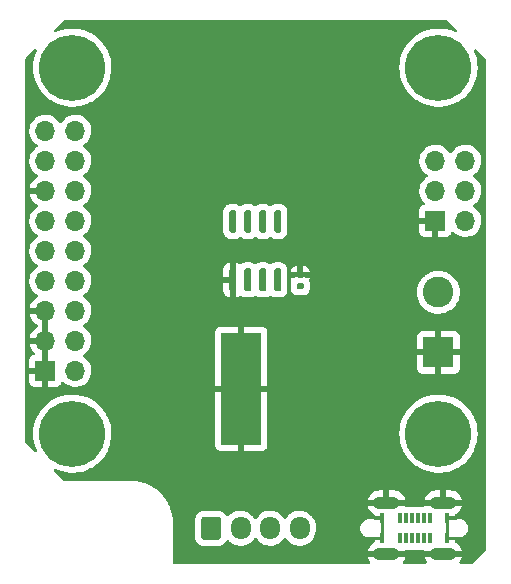
<source format=gbr>
G04 #@! TF.GenerationSoftware,KiCad,Pcbnew,6.0.5-a6ca702e91~116~ubuntu22.04.1*
G04 #@! TF.CreationDate,2022-05-26T01:26:51+02:00*
G04 #@! TF.ProjectId,driver-board,64726976-6572-42d6-926f-6172642e6b69,abc5fc4*
G04 #@! TF.SameCoordinates,Original*
G04 #@! TF.FileFunction,Copper,L4,Bot*
G04 #@! TF.FilePolarity,Positive*
%FSLAX46Y46*%
G04 Gerber Fmt 4.6, Leading zero omitted, Abs format (unit mm)*
G04 Created by KiCad (PCBNEW 6.0.5-a6ca702e91~116~ubuntu22.04.1) date 2022-05-26 01:26:51*
%MOMM*%
%LPD*%
G01*
G04 APERTURE LIST*
G04 #@! TA.AperFunction,ComponentPad*
%ADD10C,5.600000*%
G04 #@! TD*
G04 #@! TA.AperFunction,ComponentPad*
%ADD11R,1.700000X1.700000*%
G04 #@! TD*
G04 #@! TA.AperFunction,ComponentPad*
%ADD12O,1.700000X1.700000*%
G04 #@! TD*
G04 #@! TA.AperFunction,ComponentPad*
%ADD13O,1.700000X1.950000*%
G04 #@! TD*
G04 #@! TA.AperFunction,ComponentPad*
%ADD14C,0.600000*%
G04 #@! TD*
G04 #@! TA.AperFunction,SMDPad,CuDef*
%ADD15R,3.400000X9.500000*%
G04 #@! TD*
G04 #@! TA.AperFunction,ComponentPad*
%ADD16R,2.600000X2.600000*%
G04 #@! TD*
G04 #@! TA.AperFunction,ComponentPad*
%ADD17C,2.600000*%
G04 #@! TD*
G04 #@! TA.AperFunction,SMDPad,CuDef*
%ADD18R,0.300000X0.870000*%
G04 #@! TD*
G04 #@! TA.AperFunction,ComponentPad*
%ADD19O,2.200000X1.100000*%
G04 #@! TD*
G04 APERTURE END LIST*
D10*
X34500000Y-65500000D03*
X65500000Y-34500000D03*
X65500000Y-65500000D03*
X34500000Y-34500000D03*
D11*
X32220000Y-60160000D03*
D12*
X34760000Y-60160000D03*
X32220000Y-57620000D03*
X34760000Y-57620000D03*
X32220000Y-55080000D03*
X34760000Y-55080000D03*
X32220000Y-52540000D03*
X34760000Y-52540000D03*
X32220000Y-50000000D03*
X34760000Y-50000000D03*
X32220000Y-47460000D03*
X34760000Y-47460000D03*
X32220000Y-44920000D03*
X34760000Y-44920000D03*
X32220000Y-42380000D03*
X34760000Y-42380000D03*
X32220000Y-39840000D03*
X34760000Y-39840000D03*
G04 #@! TA.AperFunction,ComponentPad*
G36*
G01*
X45400000Y-74225000D02*
X45400000Y-72775000D01*
G75*
G02*
X45650000Y-72525000I250000J0D01*
G01*
X46850000Y-72525000D01*
G75*
G02*
X47100000Y-72775000I0J-250000D01*
G01*
X47100000Y-74225000D01*
G75*
G02*
X46850000Y-74475000I-250000J0D01*
G01*
X45650000Y-74475000D01*
G75*
G02*
X45400000Y-74225000I0J250000D01*
G01*
G37*
G04 #@! TD.AperFunction*
D13*
X48750000Y-73500000D03*
X51250000Y-73500000D03*
X53750000Y-73500000D03*
D14*
X47500000Y-60790000D03*
D15*
X48800000Y-61680000D03*
D14*
X50100000Y-60790000D03*
X50100000Y-64350000D03*
X47500000Y-66130000D03*
X48800000Y-64350000D03*
X47500000Y-59010000D03*
X48800000Y-57230000D03*
X48800000Y-62570000D03*
X50100000Y-59010000D03*
X48800000Y-66130000D03*
X50100000Y-57230000D03*
X47500000Y-62570000D03*
X50100000Y-66130000D03*
X47500000Y-64350000D03*
X47500000Y-57230000D03*
X48800000Y-60790000D03*
X48800000Y-59010000D03*
X50100000Y-62570000D03*
D16*
X65500000Y-58600000D03*
D17*
X65500000Y-53520000D03*
D11*
X65240000Y-47460000D03*
D12*
X67780000Y-47460000D03*
X65240000Y-44920000D03*
X67780000Y-44920000D03*
X65240000Y-42380000D03*
X67780000Y-42380000D03*
G04 #@! TA.AperFunction,SMDPad,CuDef*
G36*
G01*
X53630000Y-51760000D02*
X53970000Y-51760000D01*
G75*
G02*
X54110000Y-51900000I0J-140000D01*
G01*
X54110000Y-52180000D01*
G75*
G02*
X53970000Y-52320000I-140000J0D01*
G01*
X53630000Y-52320000D01*
G75*
G02*
X53490000Y-52180000I0J140000D01*
G01*
X53490000Y-51900000D01*
G75*
G02*
X53630000Y-51760000I140000J0D01*
G01*
G37*
G04 #@! TD.AperFunction*
G04 #@! TA.AperFunction,SMDPad,CuDef*
G36*
G01*
X53630000Y-52720000D02*
X53970000Y-52720000D01*
G75*
G02*
X54110000Y-52860000I0J-140000D01*
G01*
X54110000Y-53140000D01*
G75*
G02*
X53970000Y-53280000I-140000J0D01*
G01*
X53630000Y-53280000D01*
G75*
G02*
X53490000Y-53140000I0J140000D01*
G01*
X53490000Y-52860000D01*
G75*
G02*
X53630000Y-52720000I140000J0D01*
G01*
G37*
G04 #@! TD.AperFunction*
G04 #@! TA.AperFunction,SMDPad,CuDef*
G36*
G01*
X52055000Y-53450000D02*
X51755000Y-53450000D01*
G75*
G02*
X51605000Y-53300000I0J150000D01*
G01*
X51605000Y-51650000D01*
G75*
G02*
X51755000Y-51500000I150000J0D01*
G01*
X52055000Y-51500000D01*
G75*
G02*
X52205000Y-51650000I0J-150000D01*
G01*
X52205000Y-53300000D01*
G75*
G02*
X52055000Y-53450000I-150000J0D01*
G01*
G37*
G04 #@! TD.AperFunction*
G04 #@! TA.AperFunction,SMDPad,CuDef*
G36*
G01*
X50785000Y-53450000D02*
X50485000Y-53450000D01*
G75*
G02*
X50335000Y-53300000I0J150000D01*
G01*
X50335000Y-51650000D01*
G75*
G02*
X50485000Y-51500000I150000J0D01*
G01*
X50785000Y-51500000D01*
G75*
G02*
X50935000Y-51650000I0J-150000D01*
G01*
X50935000Y-53300000D01*
G75*
G02*
X50785000Y-53450000I-150000J0D01*
G01*
G37*
G04 #@! TD.AperFunction*
G04 #@! TA.AperFunction,SMDPad,CuDef*
G36*
G01*
X49515000Y-53450000D02*
X49215000Y-53450000D01*
G75*
G02*
X49065000Y-53300000I0J150000D01*
G01*
X49065000Y-51650000D01*
G75*
G02*
X49215000Y-51500000I150000J0D01*
G01*
X49515000Y-51500000D01*
G75*
G02*
X49665000Y-51650000I0J-150000D01*
G01*
X49665000Y-53300000D01*
G75*
G02*
X49515000Y-53450000I-150000J0D01*
G01*
G37*
G04 #@! TD.AperFunction*
G04 #@! TA.AperFunction,SMDPad,CuDef*
G36*
G01*
X48245000Y-53450000D02*
X47945000Y-53450000D01*
G75*
G02*
X47795000Y-53300000I0J150000D01*
G01*
X47795000Y-51650000D01*
G75*
G02*
X47945000Y-51500000I150000J0D01*
G01*
X48245000Y-51500000D01*
G75*
G02*
X48395000Y-51650000I0J-150000D01*
G01*
X48395000Y-53300000D01*
G75*
G02*
X48245000Y-53450000I-150000J0D01*
G01*
G37*
G04 #@! TD.AperFunction*
G04 #@! TA.AperFunction,SMDPad,CuDef*
G36*
G01*
X48245000Y-48500000D02*
X47945000Y-48500000D01*
G75*
G02*
X47795000Y-48350000I0J150000D01*
G01*
X47795000Y-46700000D01*
G75*
G02*
X47945000Y-46550000I150000J0D01*
G01*
X48245000Y-46550000D01*
G75*
G02*
X48395000Y-46700000I0J-150000D01*
G01*
X48395000Y-48350000D01*
G75*
G02*
X48245000Y-48500000I-150000J0D01*
G01*
G37*
G04 #@! TD.AperFunction*
G04 #@! TA.AperFunction,SMDPad,CuDef*
G36*
G01*
X49515000Y-48500000D02*
X49215000Y-48500000D01*
G75*
G02*
X49065000Y-48350000I0J150000D01*
G01*
X49065000Y-46700000D01*
G75*
G02*
X49215000Y-46550000I150000J0D01*
G01*
X49515000Y-46550000D01*
G75*
G02*
X49665000Y-46700000I0J-150000D01*
G01*
X49665000Y-48350000D01*
G75*
G02*
X49515000Y-48500000I-150000J0D01*
G01*
G37*
G04 #@! TD.AperFunction*
G04 #@! TA.AperFunction,SMDPad,CuDef*
G36*
G01*
X50785000Y-48500000D02*
X50485000Y-48500000D01*
G75*
G02*
X50335000Y-48350000I0J150000D01*
G01*
X50335000Y-46700000D01*
G75*
G02*
X50485000Y-46550000I150000J0D01*
G01*
X50785000Y-46550000D01*
G75*
G02*
X50935000Y-46700000I0J-150000D01*
G01*
X50935000Y-48350000D01*
G75*
G02*
X50785000Y-48500000I-150000J0D01*
G01*
G37*
G04 #@! TD.AperFunction*
G04 #@! TA.AperFunction,SMDPad,CuDef*
G36*
G01*
X52055000Y-48500000D02*
X51755000Y-48500000D01*
G75*
G02*
X51605000Y-48350000I0J150000D01*
G01*
X51605000Y-46700000D01*
G75*
G02*
X51755000Y-46550000I150000J0D01*
G01*
X52055000Y-46550000D01*
G75*
G02*
X52205000Y-46700000I0J-150000D01*
G01*
X52205000Y-48350000D01*
G75*
G02*
X52055000Y-48500000I-150000J0D01*
G01*
G37*
G04 #@! TD.AperFunction*
D18*
X66250000Y-72635000D03*
X64750000Y-72635000D03*
X64250000Y-72635000D03*
X63750000Y-72635000D03*
X63250000Y-72635000D03*
X62750000Y-72635000D03*
X62250000Y-72635000D03*
X60750000Y-72635000D03*
X60750000Y-74365000D03*
X62250000Y-74365000D03*
X62750000Y-74365000D03*
X63250000Y-74365000D03*
X63750000Y-74365000D03*
X64250000Y-74365000D03*
X64750000Y-74365000D03*
X66250000Y-74365000D03*
D19*
X65900000Y-71350000D03*
X65900000Y-75650000D03*
X61100000Y-71350000D03*
X61100000Y-75650000D03*
G04 #@! TA.AperFunction,Conductor*
G36*
X66269304Y-30528502D02*
G01*
X66290278Y-30545405D01*
X67045186Y-31300313D01*
X67079212Y-31362625D01*
X67074147Y-31433440D01*
X67031600Y-31490276D01*
X66965080Y-31515087D01*
X66903043Y-31503697D01*
X66730475Y-31423593D01*
X66525210Y-31354115D01*
X66394255Y-31309789D01*
X66394250Y-31309788D01*
X66391028Y-31308697D01*
X66192681Y-31264724D01*
X66044493Y-31231871D01*
X66044487Y-31231870D01*
X66041158Y-31231132D01*
X66037769Y-31230758D01*
X66037764Y-31230757D01*
X65688338Y-31192180D01*
X65688333Y-31192180D01*
X65684957Y-31191807D01*
X65681558Y-31191801D01*
X65681557Y-31191801D01*
X65512080Y-31191505D01*
X65326592Y-31191182D01*
X65213413Y-31203277D01*
X64973639Y-31228901D01*
X64973631Y-31228902D01*
X64970256Y-31229263D01*
X64620117Y-31305606D01*
X64280271Y-31419317D01*
X64277178Y-31420739D01*
X64277177Y-31420740D01*
X64125995Y-31490276D01*
X63954694Y-31569066D01*
X63647193Y-31753101D01*
X63644467Y-31755163D01*
X63644465Y-31755164D01*
X63638620Y-31759585D01*
X63361367Y-31969270D01*
X63100559Y-32215043D01*
X62867819Y-32487546D01*
X62865900Y-32490358D01*
X62865897Y-32490363D01*
X62772624Y-32627097D01*
X62665871Y-32783591D01*
X62497077Y-33099714D01*
X62363411Y-33432218D01*
X62362491Y-33435492D01*
X62362489Y-33435497D01*
X62267893Y-33772034D01*
X62266437Y-33777213D01*
X62207290Y-34130663D01*
X62186661Y-34488434D01*
X62204792Y-34846340D01*
X62205329Y-34849695D01*
X62205330Y-34849701D01*
X62210316Y-34880828D01*
X62261470Y-35200195D01*
X62356033Y-35545859D01*
X62487374Y-35879288D01*
X62653957Y-36196582D01*
X62655858Y-36199411D01*
X62655864Y-36199421D01*
X62839569Y-36472800D01*
X62853834Y-36494029D01*
X63084665Y-36768150D01*
X63343751Y-37015738D01*
X63628061Y-37233897D01*
X63660056Y-37253350D01*
X63931355Y-37418303D01*
X63931360Y-37418306D01*
X63934270Y-37420075D01*
X63937358Y-37421521D01*
X63937357Y-37421521D01*
X64255710Y-37570649D01*
X64255720Y-37570653D01*
X64258794Y-37572093D01*
X64262012Y-37573195D01*
X64262015Y-37573196D01*
X64594615Y-37687071D01*
X64594623Y-37687073D01*
X64597838Y-37688174D01*
X64947435Y-37766959D01*
X64999728Y-37772917D01*
X65300114Y-37807142D01*
X65300122Y-37807142D01*
X65303497Y-37807527D01*
X65306901Y-37807545D01*
X65306904Y-37807545D01*
X65501227Y-37808562D01*
X65661857Y-37809403D01*
X65665243Y-37809053D01*
X65665245Y-37809053D01*
X66014932Y-37772917D01*
X66014941Y-37772916D01*
X66018324Y-37772566D01*
X66021657Y-37771852D01*
X66021660Y-37771851D01*
X66194186Y-37734864D01*
X66368727Y-37697446D01*
X66708968Y-37584922D01*
X67035066Y-37436311D01*
X67129052Y-37380506D01*
X67340262Y-37255099D01*
X67340267Y-37255096D01*
X67343207Y-37253350D01*
X67629786Y-37038180D01*
X67891451Y-36793319D01*
X68125140Y-36521630D01*
X68231750Y-36366512D01*
X68326190Y-36229101D01*
X68326195Y-36229094D01*
X68328120Y-36226292D01*
X68329732Y-36223298D01*
X68329737Y-36223290D01*
X68496395Y-35913772D01*
X68498017Y-35910760D01*
X68632842Y-35578724D01*
X68643142Y-35542568D01*
X68663527Y-35471006D01*
X68731020Y-35234070D01*
X68791401Y-34880828D01*
X68793511Y-34846340D01*
X68813168Y-34524928D01*
X68813278Y-34523131D01*
X68813359Y-34500000D01*
X68793979Y-34142159D01*
X68736066Y-33788505D01*
X68640297Y-33443173D01*
X68637243Y-33435497D01*
X68509052Y-33113369D01*
X68507793Y-33110205D01*
X68506195Y-33107187D01*
X68505817Y-33106369D01*
X68495396Y-33036142D01*
X68524597Y-32971429D01*
X68584149Y-32932775D01*
X68655145Y-32932455D01*
X68709288Y-32964415D01*
X69454595Y-33709722D01*
X69488621Y-33772034D01*
X69491500Y-33798817D01*
X69491500Y-75323183D01*
X69471498Y-75391304D01*
X69454595Y-75412278D01*
X68412278Y-76454595D01*
X68349966Y-76488621D01*
X68323183Y-76491500D01*
X67394784Y-76491500D01*
X67326663Y-76471498D01*
X67280170Y-76417842D01*
X67270066Y-76347568D01*
X67297700Y-76285184D01*
X67327438Y-76249237D01*
X67334297Y-76239069D01*
X67427121Y-76067393D01*
X67431871Y-76056093D01*
X67473595Y-75921307D01*
X67473801Y-75907205D01*
X67467045Y-75904000D01*
X64339953Y-75904000D01*
X64326422Y-75907973D01*
X64325302Y-75915768D01*
X64362554Y-76042342D01*
X64367147Y-76053710D01*
X64457566Y-76226666D01*
X64464278Y-76236923D01*
X64504178Y-76286547D01*
X64531275Y-76352169D01*
X64518592Y-76422024D01*
X64470157Y-76473933D01*
X64405982Y-76491500D01*
X62594784Y-76491500D01*
X62526663Y-76471498D01*
X62480170Y-76417842D01*
X62470066Y-76347568D01*
X62497700Y-76285184D01*
X62527438Y-76249237D01*
X62534297Y-76239069D01*
X62627121Y-76067393D01*
X62631871Y-76056093D01*
X62673595Y-75921307D01*
X62673801Y-75907205D01*
X62667045Y-75904000D01*
X59539953Y-75904000D01*
X59526422Y-75907973D01*
X59525302Y-75915768D01*
X59562554Y-76042342D01*
X59567147Y-76053710D01*
X59657566Y-76226666D01*
X59664278Y-76236923D01*
X59704178Y-76286547D01*
X59731275Y-76352169D01*
X59718592Y-76422024D01*
X59670157Y-76473933D01*
X59605982Y-76491500D01*
X43134500Y-76491500D01*
X43066379Y-76471498D01*
X43019886Y-76417842D01*
X43008500Y-76365500D01*
X43008500Y-74275400D01*
X44891500Y-74275400D01*
X44891837Y-74278646D01*
X44891837Y-74278650D01*
X44900875Y-74365752D01*
X44902474Y-74381166D01*
X44904655Y-74387702D01*
X44904655Y-74387704D01*
X44936508Y-74483178D01*
X44958450Y-74548946D01*
X45051522Y-74699348D01*
X45176697Y-74824305D01*
X45182927Y-74828145D01*
X45182928Y-74828146D01*
X45320090Y-74912694D01*
X45327262Y-74917115D01*
X45362938Y-74928948D01*
X45488611Y-74970632D01*
X45488613Y-74970632D01*
X45495139Y-74972797D01*
X45501975Y-74973497D01*
X45501978Y-74973498D01*
X45537663Y-74977154D01*
X45599600Y-74983500D01*
X46900400Y-74983500D01*
X46903646Y-74983163D01*
X46903650Y-74983163D01*
X46999308Y-74973238D01*
X46999312Y-74973237D01*
X47006166Y-74972526D01*
X47012702Y-74970345D01*
X47012704Y-74970345D01*
X47144806Y-74926272D01*
X47173946Y-74916550D01*
X47324348Y-74823478D01*
X47449305Y-74698303D01*
X47539081Y-74552660D01*
X47591852Y-74505168D01*
X47661924Y-74493744D01*
X47727048Y-74522018D01*
X47737510Y-74531805D01*
X47779215Y-74575523D01*
X47846576Y-74646135D01*
X48031542Y-74783754D01*
X48036293Y-74786170D01*
X48036297Y-74786172D01*
X48099481Y-74818296D01*
X48237051Y-74888240D01*
X48242145Y-74889822D01*
X48242148Y-74889823D01*
X48442020Y-74951885D01*
X48457227Y-74956607D01*
X48462516Y-74957308D01*
X48680489Y-74986198D01*
X48680494Y-74986198D01*
X48685774Y-74986898D01*
X48691103Y-74986698D01*
X48691105Y-74986698D01*
X48800966Y-74982573D01*
X48916158Y-74978249D01*
X48938802Y-74973498D01*
X49136572Y-74932002D01*
X49141791Y-74930907D01*
X49146750Y-74928949D01*
X49146752Y-74928948D01*
X49351256Y-74848185D01*
X49351258Y-74848184D01*
X49356221Y-74846224D01*
X49392343Y-74824305D01*
X49548757Y-74729390D01*
X49548756Y-74729390D01*
X49553317Y-74726623D01*
X49593134Y-74692072D01*
X49723412Y-74579023D01*
X49723414Y-74579021D01*
X49727445Y-74575523D01*
X49786407Y-74503614D01*
X49870240Y-74401373D01*
X49870244Y-74401367D01*
X49873624Y-74397245D01*
X49891552Y-74365750D01*
X49942632Y-74316445D01*
X50012262Y-74302583D01*
X50078333Y-74328566D01*
X50105573Y-74357716D01*
X50187441Y-74479319D01*
X50191120Y-74483176D01*
X50191122Y-74483178D01*
X50225748Y-74519475D01*
X50346576Y-74646135D01*
X50531542Y-74783754D01*
X50536293Y-74786170D01*
X50536297Y-74786172D01*
X50599481Y-74818296D01*
X50737051Y-74888240D01*
X50742145Y-74889822D01*
X50742148Y-74889823D01*
X50942020Y-74951885D01*
X50957227Y-74956607D01*
X50962516Y-74957308D01*
X51180489Y-74986198D01*
X51180494Y-74986198D01*
X51185774Y-74986898D01*
X51191103Y-74986698D01*
X51191105Y-74986698D01*
X51300966Y-74982573D01*
X51416158Y-74978249D01*
X51438802Y-74973498D01*
X51636572Y-74932002D01*
X51641791Y-74930907D01*
X51646750Y-74928949D01*
X51646752Y-74928948D01*
X51851256Y-74848185D01*
X51851258Y-74848184D01*
X51856221Y-74846224D01*
X51892343Y-74824305D01*
X52048757Y-74729390D01*
X52048756Y-74729390D01*
X52053317Y-74726623D01*
X52093134Y-74692072D01*
X52223412Y-74579023D01*
X52223414Y-74579021D01*
X52227445Y-74575523D01*
X52286407Y-74503614D01*
X52370240Y-74401373D01*
X52370244Y-74401367D01*
X52373624Y-74397245D01*
X52391552Y-74365750D01*
X52442632Y-74316445D01*
X52512262Y-74302583D01*
X52578333Y-74328566D01*
X52605573Y-74357716D01*
X52687441Y-74479319D01*
X52691120Y-74483176D01*
X52691122Y-74483178D01*
X52725748Y-74519475D01*
X52846576Y-74646135D01*
X53031542Y-74783754D01*
X53036293Y-74786170D01*
X53036297Y-74786172D01*
X53099481Y-74818296D01*
X53237051Y-74888240D01*
X53242145Y-74889822D01*
X53242148Y-74889823D01*
X53442020Y-74951885D01*
X53457227Y-74956607D01*
X53462516Y-74957308D01*
X53680489Y-74986198D01*
X53680494Y-74986198D01*
X53685774Y-74986898D01*
X53691103Y-74986698D01*
X53691105Y-74986698D01*
X53800966Y-74982573D01*
X53916158Y-74978249D01*
X53938802Y-74973498D01*
X54136572Y-74932002D01*
X54141791Y-74930907D01*
X54146750Y-74928949D01*
X54146752Y-74928948D01*
X54351256Y-74848185D01*
X54351258Y-74848184D01*
X54356221Y-74846224D01*
X54392343Y-74824305D01*
X54548757Y-74729390D01*
X54548756Y-74729390D01*
X54553317Y-74726623D01*
X54593134Y-74692072D01*
X54723412Y-74579023D01*
X54723414Y-74579021D01*
X54727445Y-74575523D01*
X54786407Y-74503614D01*
X54870240Y-74401373D01*
X54870244Y-74401367D01*
X54873624Y-74397245D01*
X54878318Y-74389000D01*
X54985032Y-74201529D01*
X54987675Y-74196886D01*
X55066337Y-73980175D01*
X55084114Y-73881866D01*
X55106623Y-73757392D01*
X55106624Y-73757385D01*
X55107361Y-73753308D01*
X55108500Y-73729156D01*
X55108500Y-73493724D01*
X58876309Y-73493724D01*
X58879513Y-73518223D01*
X58879969Y-73522205D01*
X58892620Y-73650652D01*
X58936564Y-73795515D01*
X58939480Y-73800970D01*
X58939481Y-73800973D01*
X58959818Y-73839020D01*
X59007924Y-73929021D01*
X59103959Y-74046041D01*
X59220979Y-74142076D01*
X59254672Y-74160085D01*
X59349027Y-74210519D01*
X59349030Y-74210520D01*
X59354485Y-74213436D01*
X59499348Y-74257380D01*
X59540119Y-74261395D01*
X59595946Y-74266894D01*
X59604501Y-74268033D01*
X59632654Y-74272770D01*
X59632662Y-74272771D01*
X59637448Y-74273576D01*
X59643647Y-74273652D01*
X59645140Y-74273670D01*
X59645143Y-74273670D01*
X59650000Y-74273729D01*
X59677624Y-74269773D01*
X59695486Y-74268500D01*
X59796750Y-74268500D01*
X59817655Y-74270246D01*
X59832656Y-74272770D01*
X59832659Y-74272770D01*
X59837448Y-74273576D01*
X59843525Y-74273650D01*
X59845135Y-74273670D01*
X59845139Y-74273670D01*
X59850000Y-74273729D01*
X59854810Y-74273040D01*
X59854828Y-74273039D01*
X59881059Y-74269282D01*
X59886567Y-74268617D01*
X60000652Y-74257380D01*
X60122472Y-74220426D01*
X60159048Y-74215000D01*
X60581885Y-74215000D01*
X60597124Y-74210525D01*
X60598329Y-74209135D01*
X60600000Y-74201452D01*
X60600000Y-73693670D01*
X60604595Y-73662692D01*
X60604375Y-73662648D01*
X60605267Y-73658163D01*
X60605426Y-73657092D01*
X60605581Y-73656581D01*
X60607380Y-73650652D01*
X60614775Y-73575565D01*
X60616894Y-73554055D01*
X60618029Y-73545524D01*
X60618191Y-73544560D01*
X60618218Y-73544400D01*
X60622769Y-73517349D01*
X60623576Y-73512552D01*
X60623729Y-73500000D01*
X60623040Y-73495190D01*
X60623039Y-73495172D01*
X60619282Y-73468941D01*
X60618616Y-73463429D01*
X60607987Y-73355511D01*
X60607380Y-73349348D01*
X60605426Y-73342905D01*
X60605267Y-73341837D01*
X60604375Y-73337352D01*
X60604595Y-73337308D01*
X60600000Y-73306330D01*
X60600000Y-72803115D01*
X60595525Y-72787876D01*
X60594135Y-72786671D01*
X60586452Y-72785000D01*
X60159048Y-72785000D01*
X60122472Y-72779574D01*
X60000652Y-72742620D01*
X59959881Y-72738605D01*
X59904054Y-72733106D01*
X59895499Y-72731967D01*
X59867346Y-72727230D01*
X59867338Y-72727229D01*
X59862552Y-72726424D01*
X59856353Y-72726348D01*
X59854860Y-72726330D01*
X59854857Y-72726330D01*
X59850000Y-72726271D01*
X59839205Y-72727817D01*
X59822376Y-72730227D01*
X59804514Y-72731500D01*
X59703250Y-72731500D01*
X59682345Y-72729754D01*
X59667344Y-72727230D01*
X59667341Y-72727230D01*
X59662552Y-72726424D01*
X59656475Y-72726350D01*
X59654865Y-72726330D01*
X59654861Y-72726330D01*
X59650000Y-72726271D01*
X59645190Y-72726960D01*
X59645172Y-72726961D01*
X59618941Y-72730718D01*
X59613433Y-72731383D01*
X59499348Y-72742620D01*
X59354485Y-72786564D01*
X59349030Y-72789480D01*
X59349027Y-72789481D01*
X59315709Y-72807290D01*
X59220979Y-72857924D01*
X59103959Y-72953959D01*
X59007924Y-73070979D01*
X59005008Y-73076435D01*
X58949483Y-73180316D01*
X58936564Y-73204485D01*
X58892620Y-73349348D01*
X58892013Y-73355511D01*
X58892013Y-73355513D01*
X58882348Y-73453638D01*
X58881455Y-73460671D01*
X58877690Y-73484850D01*
X58877690Y-73484855D01*
X58876309Y-73493724D01*
X55108500Y-73493724D01*
X55108500Y-73317110D01*
X55102822Y-73250191D01*
X55094371Y-73150591D01*
X55094370Y-73150587D01*
X55093920Y-73145280D01*
X55092582Y-73140125D01*
X55092581Y-73140119D01*
X55037343Y-72927297D01*
X55037342Y-72927293D01*
X55036001Y-72922128D01*
X55028610Y-72905719D01*
X54957707Y-72748321D01*
X54941312Y-72711925D01*
X54812559Y-72520681D01*
X54775778Y-72482124D01*
X54724725Y-72428608D01*
X54653424Y-72353865D01*
X54468458Y-72216246D01*
X54463707Y-72213830D01*
X54463703Y-72213828D01*
X54341731Y-72151815D01*
X54262949Y-72111760D01*
X54257855Y-72110178D01*
X54257852Y-72110177D01*
X54047871Y-72044976D01*
X54042773Y-72043393D01*
X54037484Y-72042692D01*
X53819511Y-72013802D01*
X53819506Y-72013802D01*
X53814226Y-72013102D01*
X53808897Y-72013302D01*
X53808895Y-72013302D01*
X53699034Y-72017427D01*
X53583842Y-72021751D01*
X53578623Y-72022846D01*
X53556566Y-72027474D01*
X53358209Y-72069093D01*
X53353250Y-72071051D01*
X53353248Y-72071052D01*
X53148744Y-72151815D01*
X53148742Y-72151816D01*
X53143779Y-72153776D01*
X53139220Y-72156543D01*
X53139217Y-72156544D01*
X53004345Y-72238387D01*
X52946683Y-72273377D01*
X52942653Y-72276874D01*
X52796447Y-72403745D01*
X52772555Y-72424477D01*
X52769168Y-72428608D01*
X52629760Y-72598627D01*
X52629756Y-72598633D01*
X52626376Y-72602755D01*
X52608448Y-72634250D01*
X52557368Y-72683555D01*
X52487738Y-72697417D01*
X52421667Y-72671434D01*
X52394427Y-72642284D01*
X52365035Y-72598627D01*
X52312559Y-72520681D01*
X52275778Y-72482124D01*
X52224725Y-72428608D01*
X52153424Y-72353865D01*
X51968458Y-72216246D01*
X51963707Y-72213830D01*
X51963703Y-72213828D01*
X51841731Y-72151815D01*
X51762949Y-72111760D01*
X51757855Y-72110178D01*
X51757852Y-72110177D01*
X51547871Y-72044976D01*
X51542773Y-72043393D01*
X51537484Y-72042692D01*
X51319511Y-72013802D01*
X51319506Y-72013802D01*
X51314226Y-72013102D01*
X51308897Y-72013302D01*
X51308895Y-72013302D01*
X51199034Y-72017427D01*
X51083842Y-72021751D01*
X51078623Y-72022846D01*
X51056566Y-72027474D01*
X50858209Y-72069093D01*
X50853250Y-72071051D01*
X50853248Y-72071052D01*
X50648744Y-72151815D01*
X50648742Y-72151816D01*
X50643779Y-72153776D01*
X50639220Y-72156543D01*
X50639217Y-72156544D01*
X50504345Y-72238387D01*
X50446683Y-72273377D01*
X50442653Y-72276874D01*
X50296447Y-72403745D01*
X50272555Y-72424477D01*
X50269168Y-72428608D01*
X50129760Y-72598627D01*
X50129756Y-72598633D01*
X50126376Y-72602755D01*
X50108448Y-72634250D01*
X50057368Y-72683555D01*
X49987738Y-72697417D01*
X49921667Y-72671434D01*
X49894427Y-72642284D01*
X49865035Y-72598627D01*
X49812559Y-72520681D01*
X49775778Y-72482124D01*
X49724725Y-72428608D01*
X49653424Y-72353865D01*
X49468458Y-72216246D01*
X49463707Y-72213830D01*
X49463703Y-72213828D01*
X49341731Y-72151815D01*
X49262949Y-72111760D01*
X49257855Y-72110178D01*
X49257852Y-72110177D01*
X49047871Y-72044976D01*
X49042773Y-72043393D01*
X49037484Y-72042692D01*
X48819511Y-72013802D01*
X48819506Y-72013802D01*
X48814226Y-72013102D01*
X48808897Y-72013302D01*
X48808895Y-72013302D01*
X48699034Y-72017427D01*
X48583842Y-72021751D01*
X48578623Y-72022846D01*
X48556566Y-72027474D01*
X48358209Y-72069093D01*
X48353250Y-72071051D01*
X48353248Y-72071052D01*
X48148744Y-72151815D01*
X48148742Y-72151816D01*
X48143779Y-72153776D01*
X48139220Y-72156543D01*
X48139217Y-72156544D01*
X48004345Y-72238387D01*
X47946683Y-72273377D01*
X47942653Y-72276874D01*
X47796447Y-72403745D01*
X47772555Y-72424477D01*
X47743330Y-72460120D01*
X47684671Y-72500114D01*
X47613701Y-72502046D01*
X47552952Y-72465302D01*
X47538752Y-72446532D01*
X47452332Y-72306880D01*
X47448478Y-72300652D01*
X47323303Y-72175695D01*
X47317072Y-72171854D01*
X47178968Y-72086725D01*
X47178966Y-72086724D01*
X47172738Y-72082885D01*
X47092995Y-72056436D01*
X47011389Y-72029368D01*
X47011387Y-72029368D01*
X47004861Y-72027203D01*
X46998025Y-72026503D01*
X46998022Y-72026502D01*
X46954969Y-72022091D01*
X46900400Y-72016500D01*
X45599600Y-72016500D01*
X45596354Y-72016837D01*
X45596350Y-72016837D01*
X45500692Y-72026762D01*
X45500688Y-72026763D01*
X45493834Y-72027474D01*
X45487298Y-72029655D01*
X45487296Y-72029655D01*
X45448220Y-72042692D01*
X45326054Y-72083450D01*
X45175652Y-72176522D01*
X45050695Y-72301697D01*
X45046855Y-72307927D01*
X45046854Y-72307928D01*
X44972466Y-72428608D01*
X44957885Y-72452262D01*
X44940392Y-72505002D01*
X44906432Y-72607390D01*
X44902203Y-72620139D01*
X44891500Y-72724600D01*
X44891500Y-74275400D01*
X43008500Y-74275400D01*
X43008500Y-73053250D01*
X43010246Y-73032345D01*
X43012770Y-73017344D01*
X43012770Y-73017341D01*
X43013576Y-73012552D01*
X43013729Y-73000000D01*
X43013039Y-72995179D01*
X43013037Y-72995153D01*
X43011922Y-72983523D01*
X42995968Y-72658782D01*
X42995968Y-72658778D01*
X42995816Y-72655692D01*
X42969833Y-72480525D01*
X42945690Y-72317766D01*
X42945689Y-72317762D01*
X42945235Y-72314700D01*
X42940681Y-72296517D01*
X42884204Y-72071052D01*
X42861474Y-71980308D01*
X42846719Y-71939069D01*
X42807911Y-71830610D01*
X42745340Y-71655736D01*
X42726436Y-71615768D01*
X59525302Y-71615768D01*
X59562554Y-71742342D01*
X59567147Y-71753710D01*
X59657566Y-71926666D01*
X59664282Y-71936928D01*
X59786568Y-72089020D01*
X59795152Y-72097786D01*
X59944656Y-72223236D01*
X59954771Y-72230162D01*
X60026702Y-72269707D01*
X60076760Y-72320052D01*
X60092000Y-72380121D01*
X60092000Y-72466885D01*
X60096475Y-72482124D01*
X60097865Y-72483329D01*
X60105548Y-72485000D01*
X60774000Y-72485000D01*
X60842121Y-72505002D01*
X60888614Y-72558658D01*
X60900000Y-72611000D01*
X60900000Y-74389000D01*
X60879998Y-74457121D01*
X60826342Y-74503614D01*
X60774000Y-74515000D01*
X60110116Y-74515000D01*
X60094877Y-74519475D01*
X60093672Y-74520865D01*
X60092001Y-74528548D01*
X60092001Y-74619504D01*
X60071999Y-74687625D01*
X60025154Y-74730756D01*
X59967120Y-74761613D01*
X59956903Y-74768402D01*
X59805665Y-74891747D01*
X59796961Y-74900391D01*
X59672562Y-75050763D01*
X59665703Y-75060931D01*
X59572879Y-75232607D01*
X59568129Y-75243907D01*
X59526405Y-75378693D01*
X59526199Y-75392795D01*
X59532955Y-75396000D01*
X62660047Y-75396000D01*
X62675286Y-75391525D01*
X62688394Y-75376398D01*
X62699541Y-75351989D01*
X62759266Y-75313604D01*
X62794766Y-75308500D01*
X62948134Y-75308500D01*
X62951529Y-75308131D01*
X62951533Y-75308131D01*
X62977531Y-75305307D01*
X62986394Y-75304344D01*
X63013606Y-75304344D01*
X63022469Y-75305307D01*
X63048467Y-75308131D01*
X63048471Y-75308131D01*
X63051866Y-75308500D01*
X63448134Y-75308500D01*
X63451529Y-75308131D01*
X63451533Y-75308131D01*
X63477531Y-75305307D01*
X63486394Y-75304344D01*
X63513606Y-75304344D01*
X63522469Y-75305307D01*
X63548467Y-75308131D01*
X63548471Y-75308131D01*
X63551866Y-75308500D01*
X63948134Y-75308500D01*
X63951529Y-75308131D01*
X63951533Y-75308131D01*
X63977531Y-75305307D01*
X63986394Y-75304344D01*
X64013606Y-75304344D01*
X64022469Y-75305307D01*
X64048467Y-75308131D01*
X64048471Y-75308131D01*
X64051866Y-75308500D01*
X64202615Y-75308500D01*
X64270736Y-75328502D01*
X64309597Y-75367935D01*
X64324590Y-75392031D01*
X64332955Y-75396000D01*
X67460047Y-75396000D01*
X67473578Y-75392027D01*
X67474698Y-75384232D01*
X67437446Y-75257658D01*
X67432853Y-75246290D01*
X67342434Y-75073334D01*
X67335718Y-75063072D01*
X67213432Y-74910980D01*
X67204848Y-74902214D01*
X67055344Y-74776764D01*
X67045229Y-74769838D01*
X66973298Y-74730293D01*
X66923240Y-74679948D01*
X66908000Y-74619879D01*
X66908000Y-74533115D01*
X66903525Y-74517876D01*
X66902135Y-74516671D01*
X66894452Y-74515000D01*
X66226000Y-74515000D01*
X66157879Y-74494998D01*
X66111386Y-74441342D01*
X66100000Y-74389000D01*
X66100000Y-74196885D01*
X66400000Y-74196885D01*
X66404475Y-74212124D01*
X66405865Y-74213329D01*
X66413548Y-74215000D01*
X66889882Y-74215000D01*
X66893070Y-74214064D01*
X66964067Y-74214065D01*
X66971662Y-74216560D01*
X66982284Y-74220426D01*
X67068150Y-74251679D01*
X67201301Y-74268500D01*
X67293354Y-74268500D01*
X67421337Y-74254144D01*
X67427983Y-74251830D01*
X67427986Y-74251829D01*
X67577511Y-74199759D01*
X67584159Y-74197444D01*
X67590130Y-74193713D01*
X67590132Y-74193712D01*
X67724399Y-74109813D01*
X67730373Y-74106080D01*
X67795645Y-74041262D01*
X67847714Y-73989555D01*
X67847717Y-73989551D01*
X67852711Y-73984592D01*
X67945094Y-73839020D01*
X67970464Y-73767774D01*
X68000568Y-73683232D01*
X68000569Y-73683230D01*
X68002930Y-73676598D01*
X68003763Y-73669612D01*
X68003764Y-73669608D01*
X68021339Y-73522212D01*
X68023344Y-73505399D01*
X68018643Y-73460671D01*
X68006058Y-73340932D01*
X68006057Y-73340930D01*
X68005322Y-73333932D01*
X67949760Y-73170718D01*
X67859418Y-73023870D01*
X67854487Y-73018835D01*
X67854485Y-73018832D01*
X67743716Y-72905719D01*
X67743715Y-72905718D01*
X67738788Y-72900687D01*
X67593864Y-72807290D01*
X67587244Y-72804880D01*
X67587241Y-72804879D01*
X67438469Y-72750730D01*
X67438468Y-72750730D01*
X67431850Y-72748321D01*
X67298699Y-72731500D01*
X67206646Y-72731500D01*
X67078663Y-72745856D01*
X67072017Y-72748170D01*
X67072014Y-72748171D01*
X66972176Y-72782938D01*
X66903959Y-72787067D01*
X66894456Y-72785000D01*
X66418115Y-72785000D01*
X66402876Y-72789475D01*
X66401671Y-72790865D01*
X66400000Y-72798548D01*
X66400000Y-74196885D01*
X66100000Y-74196885D01*
X66100000Y-72611000D01*
X66120002Y-72542879D01*
X66173658Y-72496386D01*
X66226000Y-72485000D01*
X66889884Y-72485000D01*
X66905123Y-72480525D01*
X66906328Y-72479135D01*
X66907999Y-72471452D01*
X66907999Y-72380496D01*
X66928001Y-72312375D01*
X66974846Y-72269244D01*
X67032880Y-72238387D01*
X67043097Y-72231598D01*
X67194335Y-72108253D01*
X67203039Y-72099609D01*
X67327438Y-71949237D01*
X67334297Y-71939069D01*
X67427121Y-71767393D01*
X67431871Y-71756093D01*
X67473595Y-71621307D01*
X67473801Y-71607205D01*
X67467045Y-71604000D01*
X64339953Y-71604000D01*
X64324714Y-71608475D01*
X64311606Y-71623602D01*
X64300459Y-71648011D01*
X64240734Y-71686396D01*
X64205234Y-71691500D01*
X64051866Y-71691500D01*
X64048471Y-71691869D01*
X64048467Y-71691869D01*
X64022469Y-71694693D01*
X64013606Y-71695656D01*
X63986394Y-71695656D01*
X63977531Y-71694693D01*
X63951533Y-71691869D01*
X63951529Y-71691869D01*
X63948134Y-71691500D01*
X63551866Y-71691500D01*
X63548471Y-71691869D01*
X63548467Y-71691869D01*
X63522469Y-71694693D01*
X63513606Y-71695656D01*
X63486394Y-71695656D01*
X63477531Y-71694693D01*
X63451533Y-71691869D01*
X63451529Y-71691869D01*
X63448134Y-71691500D01*
X63051866Y-71691500D01*
X63048471Y-71691869D01*
X63048467Y-71691869D01*
X63022469Y-71694693D01*
X63013606Y-71695656D01*
X62986394Y-71695656D01*
X62977531Y-71694693D01*
X62951533Y-71691869D01*
X62951529Y-71691869D01*
X62948134Y-71691500D01*
X62797385Y-71691500D01*
X62729264Y-71671498D01*
X62690403Y-71632065D01*
X62675410Y-71607969D01*
X62667045Y-71604000D01*
X59539953Y-71604000D01*
X59526422Y-71607973D01*
X59525302Y-71615768D01*
X42726436Y-71615768D01*
X42643550Y-71440520D01*
X42599268Y-71346892D01*
X42599266Y-71346889D01*
X42597952Y-71344110D01*
X42584664Y-71321940D01*
X42447320Y-71092795D01*
X59526199Y-71092795D01*
X59532955Y-71096000D01*
X60827885Y-71096000D01*
X60843124Y-71091525D01*
X60844329Y-71090135D01*
X60846000Y-71082452D01*
X60846000Y-71077885D01*
X61354000Y-71077885D01*
X61358475Y-71093124D01*
X61359865Y-71094329D01*
X61367548Y-71096000D01*
X62660047Y-71096000D01*
X62670962Y-71092795D01*
X64326199Y-71092795D01*
X64332955Y-71096000D01*
X65627885Y-71096000D01*
X65643124Y-71091525D01*
X65644329Y-71090135D01*
X65646000Y-71082452D01*
X65646000Y-71077885D01*
X66154000Y-71077885D01*
X66158475Y-71093124D01*
X66159865Y-71094329D01*
X66167548Y-71096000D01*
X67460047Y-71096000D01*
X67473578Y-71092027D01*
X67474698Y-71084232D01*
X67437446Y-70957658D01*
X67432853Y-70946290D01*
X67342434Y-70773334D01*
X67335718Y-70763072D01*
X67213432Y-70610980D01*
X67204848Y-70602214D01*
X67055344Y-70476764D01*
X67045233Y-70469840D01*
X66874202Y-70375816D01*
X66862938Y-70370988D01*
X66676905Y-70311975D01*
X66664916Y-70309427D01*
X66513053Y-70292393D01*
X66506029Y-70292000D01*
X66172115Y-70292000D01*
X66156876Y-70296475D01*
X66155671Y-70297865D01*
X66154000Y-70305548D01*
X66154000Y-71077885D01*
X65646000Y-71077885D01*
X65646000Y-70310115D01*
X65641525Y-70294876D01*
X65640135Y-70293671D01*
X65632452Y-70292000D01*
X65300876Y-70292000D01*
X65294728Y-70292301D01*
X65149639Y-70306527D01*
X65137604Y-70308910D01*
X64950777Y-70365317D01*
X64939435Y-70369992D01*
X64767121Y-70461612D01*
X64756905Y-70468399D01*
X64605665Y-70591747D01*
X64596961Y-70600391D01*
X64472562Y-70750763D01*
X64465703Y-70760931D01*
X64372879Y-70932607D01*
X64368129Y-70943907D01*
X64326405Y-71078693D01*
X64326199Y-71092795D01*
X62670962Y-71092795D01*
X62673578Y-71092027D01*
X62674698Y-71084232D01*
X62637446Y-70957658D01*
X62632853Y-70946290D01*
X62542434Y-70773334D01*
X62535718Y-70763072D01*
X62413432Y-70610980D01*
X62404848Y-70602214D01*
X62255344Y-70476764D01*
X62245233Y-70469840D01*
X62074202Y-70375816D01*
X62062938Y-70370988D01*
X61876905Y-70311975D01*
X61864916Y-70309427D01*
X61713053Y-70292393D01*
X61706029Y-70292000D01*
X61372115Y-70292000D01*
X61356876Y-70296475D01*
X61355671Y-70297865D01*
X61354000Y-70305548D01*
X61354000Y-71077885D01*
X60846000Y-71077885D01*
X60846000Y-70310115D01*
X60841525Y-70294876D01*
X60840135Y-70293671D01*
X60832452Y-70292000D01*
X60500876Y-70292000D01*
X60494728Y-70292301D01*
X60349639Y-70306527D01*
X60337604Y-70308910D01*
X60150777Y-70365317D01*
X60139435Y-70369992D01*
X59967121Y-70461612D01*
X59956905Y-70468399D01*
X59805665Y-70591747D01*
X59796961Y-70600391D01*
X59672562Y-70750763D01*
X59665703Y-70760931D01*
X59572879Y-70932607D01*
X59568129Y-70943907D01*
X59526405Y-71078693D01*
X59526199Y-71092795D01*
X42447320Y-71092795D01*
X42422318Y-71051081D01*
X42422312Y-71051072D01*
X42420729Y-71048431D01*
X42215378Y-70771547D01*
X41983876Y-70516124D01*
X41728453Y-70284622D01*
X41451569Y-70079271D01*
X41448928Y-70077688D01*
X41448919Y-70077682D01*
X41158531Y-69903631D01*
X41158532Y-69903631D01*
X41155890Y-69902048D01*
X40844264Y-69754660D01*
X40669390Y-69692089D01*
X40522597Y-69639565D01*
X40522589Y-69639563D01*
X40519692Y-69638526D01*
X40354011Y-69597025D01*
X40188303Y-69555517D01*
X40188299Y-69555516D01*
X40185300Y-69554765D01*
X40182238Y-69554311D01*
X40182234Y-69554310D01*
X39953548Y-69520388D01*
X39844308Y-69504184D01*
X39841222Y-69504032D01*
X39841218Y-69504032D01*
X39532234Y-69488852D01*
X39517520Y-69487259D01*
X39517359Y-69487232D01*
X39517352Y-69487231D01*
X39512552Y-69486424D01*
X39506086Y-69486345D01*
X39504860Y-69486330D01*
X39504857Y-69486330D01*
X39500000Y-69486271D01*
X39474058Y-69489986D01*
X39472376Y-69490227D01*
X39454514Y-69491500D01*
X33798818Y-69491500D01*
X33730697Y-69471498D01*
X33709723Y-69454595D01*
X32954780Y-68699652D01*
X32920754Y-68637340D01*
X32925819Y-68566525D01*
X32968366Y-68509689D01*
X33034886Y-68484878D01*
X33097324Y-68496455D01*
X33255710Y-68570649D01*
X33255720Y-68570653D01*
X33258794Y-68572093D01*
X33262012Y-68573195D01*
X33262015Y-68573196D01*
X33594615Y-68687071D01*
X33594623Y-68687073D01*
X33597838Y-68688174D01*
X33947435Y-68766959D01*
X33999728Y-68772917D01*
X34300114Y-68807142D01*
X34300122Y-68807142D01*
X34303497Y-68807527D01*
X34306901Y-68807545D01*
X34306904Y-68807545D01*
X34501227Y-68808562D01*
X34661857Y-68809403D01*
X34665243Y-68809053D01*
X34665245Y-68809053D01*
X35014932Y-68772917D01*
X35014941Y-68772916D01*
X35018324Y-68772566D01*
X35021657Y-68771852D01*
X35021660Y-68771851D01*
X35194186Y-68734864D01*
X35368727Y-68697446D01*
X35708968Y-68584922D01*
X36035066Y-68436311D01*
X36129052Y-68380506D01*
X36340262Y-68255099D01*
X36340267Y-68255096D01*
X36343207Y-68253350D01*
X36629786Y-68038180D01*
X36891451Y-67793319D01*
X37125140Y-67521630D01*
X37231750Y-67366512D01*
X37326190Y-67229101D01*
X37326195Y-67229094D01*
X37328120Y-67226292D01*
X37329732Y-67223298D01*
X37329737Y-67223290D01*
X37488477Y-66928478D01*
X37498017Y-66910760D01*
X37601507Y-66655893D01*
X37631562Y-66581877D01*
X37631564Y-66581872D01*
X37632842Y-66578724D01*
X37635847Y-66568177D01*
X37662483Y-66474669D01*
X46592001Y-66474669D01*
X46592371Y-66481490D01*
X46597895Y-66532352D01*
X46601521Y-66547604D01*
X46646676Y-66668054D01*
X46655214Y-66683649D01*
X46731715Y-66785724D01*
X46744276Y-66798285D01*
X46846351Y-66874786D01*
X46861946Y-66883324D01*
X46982394Y-66928478D01*
X46997649Y-66932105D01*
X47048514Y-66937631D01*
X47055328Y-66938000D01*
X47437618Y-66938000D01*
X47454283Y-66939107D01*
X47475991Y-66942004D01*
X47489986Y-66942297D01*
X47531494Y-66938519D01*
X47542914Y-66938000D01*
X48527885Y-66938000D01*
X48543124Y-66933525D01*
X48544329Y-66932135D01*
X48546000Y-66924452D01*
X48546000Y-66919884D01*
X49054000Y-66919884D01*
X49058475Y-66935123D01*
X49059865Y-66936328D01*
X49067548Y-66937999D01*
X50037610Y-66937999D01*
X50054275Y-66939106D01*
X50075990Y-66942004D01*
X50089986Y-66942297D01*
X50131503Y-66938518D01*
X50142923Y-66937999D01*
X50544669Y-66937999D01*
X50551490Y-66937629D01*
X50602352Y-66932105D01*
X50617604Y-66928479D01*
X50738054Y-66883324D01*
X50753649Y-66874786D01*
X50855724Y-66798285D01*
X50868285Y-66785724D01*
X50944786Y-66683649D01*
X50953324Y-66668054D01*
X50998478Y-66547606D01*
X51002105Y-66532351D01*
X51007631Y-66481486D01*
X51008000Y-66474672D01*
X51008000Y-65488434D01*
X62186661Y-65488434D01*
X62204792Y-65846340D01*
X62205329Y-65849695D01*
X62205330Y-65849701D01*
X62210316Y-65880828D01*
X62261470Y-66200195D01*
X62356033Y-66545859D01*
X62487374Y-66879288D01*
X62508687Y-66919884D01*
X62585602Y-67066384D01*
X62653957Y-67196582D01*
X62655858Y-67199411D01*
X62655864Y-67199421D01*
X62839569Y-67472800D01*
X62853834Y-67494029D01*
X63084665Y-67768150D01*
X63343751Y-68015738D01*
X63628061Y-68233897D01*
X63660056Y-68253350D01*
X63931355Y-68418303D01*
X63931360Y-68418306D01*
X63934270Y-68420075D01*
X63937358Y-68421521D01*
X63937357Y-68421521D01*
X64255710Y-68570649D01*
X64255720Y-68570653D01*
X64258794Y-68572093D01*
X64262012Y-68573195D01*
X64262015Y-68573196D01*
X64594615Y-68687071D01*
X64594623Y-68687073D01*
X64597838Y-68688174D01*
X64947435Y-68766959D01*
X64999728Y-68772917D01*
X65300114Y-68807142D01*
X65300122Y-68807142D01*
X65303497Y-68807527D01*
X65306901Y-68807545D01*
X65306904Y-68807545D01*
X65501227Y-68808562D01*
X65661857Y-68809403D01*
X65665243Y-68809053D01*
X65665245Y-68809053D01*
X66014932Y-68772917D01*
X66014941Y-68772916D01*
X66018324Y-68772566D01*
X66021657Y-68771852D01*
X66021660Y-68771851D01*
X66194186Y-68734864D01*
X66368727Y-68697446D01*
X66708968Y-68584922D01*
X67035066Y-68436311D01*
X67129052Y-68380506D01*
X67340262Y-68255099D01*
X67340267Y-68255096D01*
X67343207Y-68253350D01*
X67629786Y-68038180D01*
X67891451Y-67793319D01*
X68125140Y-67521630D01*
X68231750Y-67366512D01*
X68326190Y-67229101D01*
X68326195Y-67229094D01*
X68328120Y-67226292D01*
X68329732Y-67223298D01*
X68329737Y-67223290D01*
X68488477Y-66928478D01*
X68498017Y-66910760D01*
X68601507Y-66655893D01*
X68631562Y-66581877D01*
X68631564Y-66581872D01*
X68632842Y-66578724D01*
X68635847Y-66568177D01*
X68681758Y-66407005D01*
X68731020Y-66234070D01*
X68791401Y-65880828D01*
X68793511Y-65846340D01*
X68813168Y-65524928D01*
X68813278Y-65523131D01*
X68813359Y-65500000D01*
X68793979Y-65142159D01*
X68736066Y-64788505D01*
X68640297Y-64443173D01*
X68637243Y-64435497D01*
X68509052Y-64113369D01*
X68507793Y-64110205D01*
X68477768Y-64053498D01*
X68341702Y-63796513D01*
X68341698Y-63796506D01*
X68340103Y-63793494D01*
X68139190Y-63496746D01*
X67907403Y-63223432D01*
X67647454Y-62976750D01*
X67362384Y-62759585D01*
X67359472Y-62757828D01*
X67359467Y-62757825D01*
X67058443Y-62576236D01*
X67058437Y-62576233D01*
X67055528Y-62574478D01*
X66730475Y-62423593D01*
X66560752Y-62366145D01*
X66394255Y-62309789D01*
X66394250Y-62309788D01*
X66391028Y-62308697D01*
X66192681Y-62264724D01*
X66044493Y-62231871D01*
X66044487Y-62231870D01*
X66041158Y-62231132D01*
X66037769Y-62230758D01*
X66037764Y-62230757D01*
X65688338Y-62192180D01*
X65688333Y-62192180D01*
X65684957Y-62191807D01*
X65681558Y-62191801D01*
X65681557Y-62191801D01*
X65512080Y-62191505D01*
X65326592Y-62191182D01*
X65213413Y-62203277D01*
X64973639Y-62228901D01*
X64973631Y-62228902D01*
X64970256Y-62229263D01*
X64620117Y-62305606D01*
X64280271Y-62419317D01*
X64277178Y-62420739D01*
X64277177Y-62420740D01*
X64270974Y-62423593D01*
X63954694Y-62569066D01*
X63647193Y-62753101D01*
X63644467Y-62755163D01*
X63644465Y-62755164D01*
X63638620Y-62759585D01*
X63361367Y-62969270D01*
X63100559Y-63215043D01*
X62867819Y-63487546D01*
X62865900Y-63490358D01*
X62865897Y-63490363D01*
X62772624Y-63627097D01*
X62665871Y-63783591D01*
X62497077Y-64099714D01*
X62363411Y-64432218D01*
X62362491Y-64435492D01*
X62362489Y-64435497D01*
X62360332Y-64443173D01*
X62266437Y-64777213D01*
X62207290Y-65130663D01*
X62186661Y-65488434D01*
X51008000Y-65488434D01*
X51008000Y-61952115D01*
X51003525Y-61936876D01*
X51002135Y-61935671D01*
X50994452Y-61934000D01*
X49072115Y-61934000D01*
X49056876Y-61938475D01*
X49055671Y-61939865D01*
X49054000Y-61947548D01*
X49054000Y-66919884D01*
X48546000Y-66919884D01*
X48546000Y-61952115D01*
X48541525Y-61936876D01*
X48540135Y-61935671D01*
X48532452Y-61934000D01*
X46610116Y-61934000D01*
X46594877Y-61938475D01*
X46593672Y-61939865D01*
X46592001Y-61947548D01*
X46592001Y-66474669D01*
X37662483Y-66474669D01*
X37681758Y-66407005D01*
X37731020Y-66234070D01*
X37791401Y-65880828D01*
X37793511Y-65846340D01*
X37813168Y-65524928D01*
X37813278Y-65523131D01*
X37813359Y-65500000D01*
X37793979Y-65142159D01*
X37736066Y-64788505D01*
X37640297Y-64443173D01*
X37637243Y-64435497D01*
X37509052Y-64113369D01*
X37507793Y-64110205D01*
X37477768Y-64053498D01*
X37341702Y-63796513D01*
X37341698Y-63796506D01*
X37340103Y-63793494D01*
X37139190Y-63496746D01*
X36907403Y-63223432D01*
X36647454Y-62976750D01*
X36362384Y-62759585D01*
X36359472Y-62757828D01*
X36359467Y-62757825D01*
X36058443Y-62576236D01*
X36058437Y-62576233D01*
X36055528Y-62574478D01*
X35730475Y-62423593D01*
X35560752Y-62366145D01*
X35394255Y-62309789D01*
X35394250Y-62309788D01*
X35391028Y-62308697D01*
X35192681Y-62264724D01*
X35044493Y-62231871D01*
X35044487Y-62231870D01*
X35041158Y-62231132D01*
X35037769Y-62230758D01*
X35037764Y-62230757D01*
X34688338Y-62192180D01*
X34688333Y-62192180D01*
X34684957Y-62191807D01*
X34681558Y-62191801D01*
X34681557Y-62191801D01*
X34512080Y-62191505D01*
X34326592Y-62191182D01*
X34213413Y-62203277D01*
X33973639Y-62228901D01*
X33973631Y-62228902D01*
X33970256Y-62229263D01*
X33620117Y-62305606D01*
X33280271Y-62419317D01*
X33277178Y-62420739D01*
X33277177Y-62420740D01*
X33270974Y-62423593D01*
X32954694Y-62569066D01*
X32647193Y-62753101D01*
X32644467Y-62755163D01*
X32644465Y-62755164D01*
X32638620Y-62759585D01*
X32361367Y-62969270D01*
X32100559Y-63215043D01*
X31867819Y-63487546D01*
X31865900Y-63490358D01*
X31865897Y-63490363D01*
X31772624Y-63627097D01*
X31665871Y-63783591D01*
X31497077Y-64099714D01*
X31363411Y-64432218D01*
X31362491Y-64435492D01*
X31362489Y-64435497D01*
X31360332Y-64443173D01*
X31266437Y-64777213D01*
X31207290Y-65130663D01*
X31186661Y-65488434D01*
X31204792Y-65846340D01*
X31205329Y-65849695D01*
X31205330Y-65849701D01*
X31210316Y-65880828D01*
X31261470Y-66200195D01*
X31356033Y-66545859D01*
X31487374Y-66879288D01*
X31488957Y-66882303D01*
X31488958Y-66882305D01*
X31492502Y-66889056D01*
X31506456Y-66958668D01*
X31480560Y-67024773D01*
X31423036Y-67066384D01*
X31352147Y-67070290D01*
X31291846Y-67036719D01*
X30545405Y-66290278D01*
X30511379Y-66227966D01*
X30508500Y-66201183D01*
X30508500Y-61054669D01*
X30862001Y-61054669D01*
X30862371Y-61061490D01*
X30867895Y-61112352D01*
X30871521Y-61127604D01*
X30916676Y-61248054D01*
X30925214Y-61263649D01*
X31001715Y-61365724D01*
X31014276Y-61378285D01*
X31116351Y-61454786D01*
X31131946Y-61463324D01*
X31252394Y-61508478D01*
X31267649Y-61512105D01*
X31318514Y-61517631D01*
X31325328Y-61518000D01*
X31947885Y-61518000D01*
X31963124Y-61513525D01*
X31964329Y-61512135D01*
X31966000Y-61504452D01*
X31966000Y-60432115D01*
X31961525Y-60416876D01*
X31960135Y-60415671D01*
X31952452Y-60414000D01*
X30880116Y-60414000D01*
X30864877Y-60418475D01*
X30863672Y-60419865D01*
X30862001Y-60427548D01*
X30862001Y-61054669D01*
X30508500Y-61054669D01*
X30508500Y-59887885D01*
X30862000Y-59887885D01*
X30866475Y-59903124D01*
X30867865Y-59904329D01*
X30875548Y-59906000D01*
X31947885Y-59906000D01*
X31963124Y-59901525D01*
X31964329Y-59900135D01*
X31966000Y-59892452D01*
X31966000Y-57892115D01*
X31961525Y-57876876D01*
X31960135Y-57875671D01*
X31952452Y-57874000D01*
X30903225Y-57874000D01*
X30889694Y-57877973D01*
X30888257Y-57887966D01*
X30918565Y-58022446D01*
X30921645Y-58032275D01*
X31001770Y-58229603D01*
X31006413Y-58238794D01*
X31117694Y-58420388D01*
X31123777Y-58428699D01*
X31263213Y-58589667D01*
X31270578Y-58596881D01*
X31275966Y-58601354D01*
X31315599Y-58660258D01*
X31317095Y-58731239D01*
X31279978Y-58791761D01*
X31239707Y-58816278D01*
X31131948Y-58856675D01*
X31116351Y-58865214D01*
X31014276Y-58941715D01*
X31001715Y-58954276D01*
X30925214Y-59056351D01*
X30916676Y-59071946D01*
X30871522Y-59192394D01*
X30867895Y-59207649D01*
X30862369Y-59258514D01*
X30862000Y-59265328D01*
X30862000Y-59887885D01*
X30508500Y-59887885D01*
X30508500Y-57354183D01*
X30884389Y-57354183D01*
X30885912Y-57362607D01*
X30898292Y-57366000D01*
X31947885Y-57366000D01*
X31963124Y-57361525D01*
X31964329Y-57360135D01*
X31966000Y-57352452D01*
X31966000Y-55352115D01*
X31961525Y-55336876D01*
X31960135Y-55335671D01*
X31952452Y-55334000D01*
X30903225Y-55334000D01*
X30889694Y-55337973D01*
X30888257Y-55347966D01*
X30918565Y-55482446D01*
X30921645Y-55492275D01*
X31001770Y-55689603D01*
X31006413Y-55698794D01*
X31117694Y-55880388D01*
X31123777Y-55888699D01*
X31263213Y-56049667D01*
X31270580Y-56056883D01*
X31434434Y-56192916D01*
X31442881Y-56198831D01*
X31512479Y-56239501D01*
X31561203Y-56291140D01*
X31574274Y-56360923D01*
X31547543Y-56426694D01*
X31507087Y-56460053D01*
X31498462Y-56464542D01*
X31489738Y-56470036D01*
X31319433Y-56597905D01*
X31311726Y-56604748D01*
X31164590Y-56758717D01*
X31158104Y-56766727D01*
X31038098Y-56942649D01*
X31033000Y-56951623D01*
X30943338Y-57144783D01*
X30939775Y-57154470D01*
X30884389Y-57354183D01*
X30508500Y-57354183D01*
X30508500Y-52506695D01*
X30857251Y-52506695D01*
X30857548Y-52511848D01*
X30857548Y-52511851D01*
X30863011Y-52606590D01*
X30870110Y-52729715D01*
X30871247Y-52734761D01*
X30871248Y-52734767D01*
X30884160Y-52792060D01*
X30919222Y-52947639D01*
X31003266Y-53154616D01*
X31053042Y-53235844D01*
X31117291Y-53340688D01*
X31119987Y-53345088D01*
X31266250Y-53513938D01*
X31438126Y-53656632D01*
X31444783Y-53660522D01*
X31511955Y-53699774D01*
X31560679Y-53751412D01*
X31573750Y-53821195D01*
X31547019Y-53886967D01*
X31506562Y-53920327D01*
X31498457Y-53924546D01*
X31489738Y-53930036D01*
X31319433Y-54057905D01*
X31311726Y-54064748D01*
X31164590Y-54218717D01*
X31158104Y-54226727D01*
X31038098Y-54402649D01*
X31033000Y-54411623D01*
X30943338Y-54604783D01*
X30939775Y-54614470D01*
X30884389Y-54814183D01*
X30885912Y-54822607D01*
X30898292Y-54826000D01*
X32348000Y-54826000D01*
X32416121Y-54846002D01*
X32462614Y-54899658D01*
X32474000Y-54952000D01*
X32474000Y-61499884D01*
X32478475Y-61515123D01*
X32479865Y-61516328D01*
X32487548Y-61517999D01*
X33114669Y-61517999D01*
X33121490Y-61517629D01*
X33172352Y-61512105D01*
X33187604Y-61508479D01*
X33308054Y-61463324D01*
X33323649Y-61454786D01*
X33425724Y-61378285D01*
X33438285Y-61365724D01*
X33514786Y-61263649D01*
X33523324Y-61248054D01*
X33564225Y-61138952D01*
X33606867Y-61082188D01*
X33673428Y-61057488D01*
X33742777Y-61072696D01*
X33777444Y-61100684D01*
X33802865Y-61130031D01*
X33802869Y-61130035D01*
X33806250Y-61133938D01*
X33978126Y-61276632D01*
X34171000Y-61389338D01*
X34175825Y-61391180D01*
X34175826Y-61391181D01*
X34231529Y-61412452D01*
X34379692Y-61469030D01*
X34384760Y-61470061D01*
X34384763Y-61470062D01*
X34492017Y-61491883D01*
X34598597Y-61513567D01*
X34603772Y-61513757D01*
X34603774Y-61513757D01*
X34816673Y-61521564D01*
X34816677Y-61521564D01*
X34821837Y-61521753D01*
X34826957Y-61521097D01*
X34826959Y-61521097D01*
X35038288Y-61494025D01*
X35038289Y-61494025D01*
X35043416Y-61493368D01*
X35048366Y-61491883D01*
X35252429Y-61430661D01*
X35252434Y-61430659D01*
X35257384Y-61429174D01*
X35300840Y-61407885D01*
X46592000Y-61407885D01*
X46596475Y-61423124D01*
X46597865Y-61424329D01*
X46605548Y-61426000D01*
X48527885Y-61426000D01*
X48543124Y-61421525D01*
X48544329Y-61420135D01*
X48546000Y-61412452D01*
X48546000Y-61407885D01*
X49054000Y-61407885D01*
X49058475Y-61423124D01*
X49059865Y-61424329D01*
X49067548Y-61426000D01*
X50989884Y-61426000D01*
X51005123Y-61421525D01*
X51006328Y-61420135D01*
X51007999Y-61412452D01*
X51007999Y-59944669D01*
X63692001Y-59944669D01*
X63692371Y-59951490D01*
X63697895Y-60002352D01*
X63701521Y-60017604D01*
X63746676Y-60138054D01*
X63755214Y-60153649D01*
X63831715Y-60255724D01*
X63844276Y-60268285D01*
X63946351Y-60344786D01*
X63961946Y-60353324D01*
X64082394Y-60398478D01*
X64097649Y-60402105D01*
X64148514Y-60407631D01*
X64155328Y-60408000D01*
X65227885Y-60408000D01*
X65243124Y-60403525D01*
X65244329Y-60402135D01*
X65246000Y-60394452D01*
X65246000Y-60389884D01*
X65754000Y-60389884D01*
X65758475Y-60405123D01*
X65759865Y-60406328D01*
X65767548Y-60407999D01*
X66844669Y-60407999D01*
X66851490Y-60407629D01*
X66902352Y-60402105D01*
X66917604Y-60398479D01*
X67038054Y-60353324D01*
X67053649Y-60344786D01*
X67155724Y-60268285D01*
X67168285Y-60255724D01*
X67244786Y-60153649D01*
X67253324Y-60138054D01*
X67298478Y-60017606D01*
X67302105Y-60002351D01*
X67307631Y-59951486D01*
X67308000Y-59944672D01*
X67308000Y-58872115D01*
X67303525Y-58856876D01*
X67302135Y-58855671D01*
X67294452Y-58854000D01*
X65772115Y-58854000D01*
X65756876Y-58858475D01*
X65755671Y-58859865D01*
X65754000Y-58867548D01*
X65754000Y-60389884D01*
X65246000Y-60389884D01*
X65246000Y-58872115D01*
X65241525Y-58856876D01*
X65240135Y-58855671D01*
X65232452Y-58854000D01*
X63710116Y-58854000D01*
X63694877Y-58858475D01*
X63693672Y-58859865D01*
X63692001Y-58867548D01*
X63692001Y-59944669D01*
X51007999Y-59944669D01*
X51007999Y-58327885D01*
X63692000Y-58327885D01*
X63696475Y-58343124D01*
X63697865Y-58344329D01*
X63705548Y-58346000D01*
X65227885Y-58346000D01*
X65243124Y-58341525D01*
X65244329Y-58340135D01*
X65246000Y-58332452D01*
X65246000Y-58327885D01*
X65754000Y-58327885D01*
X65758475Y-58343124D01*
X65759865Y-58344329D01*
X65767548Y-58346000D01*
X67289884Y-58346000D01*
X67305123Y-58341525D01*
X67306328Y-58340135D01*
X67307999Y-58332452D01*
X67307999Y-57255331D01*
X67307629Y-57248510D01*
X67302105Y-57197648D01*
X67298479Y-57182396D01*
X67253324Y-57061946D01*
X67244786Y-57046351D01*
X67168285Y-56944276D01*
X67155724Y-56931715D01*
X67053649Y-56855214D01*
X67038054Y-56846676D01*
X66917606Y-56801522D01*
X66902351Y-56797895D01*
X66851486Y-56792369D01*
X66844672Y-56792000D01*
X65772115Y-56792000D01*
X65756876Y-56796475D01*
X65755671Y-56797865D01*
X65754000Y-56805548D01*
X65754000Y-58327885D01*
X65246000Y-58327885D01*
X65246000Y-56810116D01*
X65241525Y-56794877D01*
X65240135Y-56793672D01*
X65232452Y-56792001D01*
X64155331Y-56792001D01*
X64148510Y-56792371D01*
X64097648Y-56797895D01*
X64082396Y-56801521D01*
X63961946Y-56846676D01*
X63946351Y-56855214D01*
X63844276Y-56931715D01*
X63831715Y-56944276D01*
X63755214Y-57046351D01*
X63746676Y-57061946D01*
X63701522Y-57182394D01*
X63697895Y-57197649D01*
X63692369Y-57248514D01*
X63692000Y-57255328D01*
X63692000Y-58327885D01*
X51007999Y-58327885D01*
X51007999Y-56885331D01*
X51007629Y-56878510D01*
X51002105Y-56827648D01*
X50998479Y-56812396D01*
X50953324Y-56691946D01*
X50944786Y-56676351D01*
X50868285Y-56574276D01*
X50855724Y-56561715D01*
X50753649Y-56485214D01*
X50738054Y-56476676D01*
X50617606Y-56431522D01*
X50602351Y-56427895D01*
X50551486Y-56422369D01*
X50544672Y-56422000D01*
X50155877Y-56422000D01*
X50140959Y-56421114D01*
X50112670Y-56417741D01*
X50098673Y-56417643D01*
X50063783Y-56421310D01*
X50050613Y-56422000D01*
X49072115Y-56422000D01*
X49056876Y-56426475D01*
X49055671Y-56427865D01*
X49054000Y-56435548D01*
X49054000Y-61407885D01*
X48546000Y-61407885D01*
X48546000Y-56440116D01*
X48541525Y-56424877D01*
X48540135Y-56423672D01*
X48532452Y-56422001D01*
X47555885Y-56422001D01*
X47540966Y-56421115D01*
X47512670Y-56417741D01*
X47498673Y-56417643D01*
X47463776Y-56421311D01*
X47450605Y-56422001D01*
X47055331Y-56422001D01*
X47048510Y-56422371D01*
X46997648Y-56427895D01*
X46982396Y-56431521D01*
X46861946Y-56476676D01*
X46846351Y-56485214D01*
X46744276Y-56561715D01*
X46731715Y-56574276D01*
X46655214Y-56676351D01*
X46646676Y-56691946D01*
X46601522Y-56812394D01*
X46597895Y-56827649D01*
X46592369Y-56878514D01*
X46592000Y-56885328D01*
X46592000Y-61407885D01*
X35300840Y-61407885D01*
X35457994Y-61330896D01*
X35639860Y-61201173D01*
X35798096Y-61043489D01*
X35928453Y-60862077D01*
X36027430Y-60661811D01*
X36092370Y-60448069D01*
X36121529Y-60226590D01*
X36123156Y-60160000D01*
X36104852Y-59937361D01*
X36050431Y-59720702D01*
X35961354Y-59515840D01*
X35840014Y-59328277D01*
X35689670Y-59163051D01*
X35685619Y-59159852D01*
X35685615Y-59159848D01*
X35518414Y-59027800D01*
X35518410Y-59027798D01*
X35514359Y-59024598D01*
X35473053Y-59001796D01*
X35423084Y-58951364D01*
X35408312Y-58881921D01*
X35433428Y-58815516D01*
X35460780Y-58788909D01*
X35504603Y-58757650D01*
X35639860Y-58661173D01*
X35693298Y-58607922D01*
X35794435Y-58507137D01*
X35798096Y-58503489D01*
X35928453Y-58322077D01*
X35941995Y-58294678D01*
X36025136Y-58126453D01*
X36025137Y-58126451D01*
X36027430Y-58121811D01*
X36092370Y-57908069D01*
X36121529Y-57686590D01*
X36123156Y-57620000D01*
X36104852Y-57397361D01*
X36050431Y-57180702D01*
X35961354Y-56975840D01*
X35865484Y-56827648D01*
X35842822Y-56792617D01*
X35842820Y-56792614D01*
X35840014Y-56788277D01*
X35689670Y-56623051D01*
X35685619Y-56619852D01*
X35685615Y-56619848D01*
X35518414Y-56487800D01*
X35518410Y-56487798D01*
X35514359Y-56484598D01*
X35473053Y-56461796D01*
X35423084Y-56411364D01*
X35408312Y-56341921D01*
X35433428Y-56275516D01*
X35460780Y-56248909D01*
X35504603Y-56217650D01*
X35639860Y-56121173D01*
X35798096Y-55963489D01*
X35928453Y-55782077D01*
X35941995Y-55754678D01*
X36025136Y-55586453D01*
X36025137Y-55586451D01*
X36027430Y-55581811D01*
X36092370Y-55368069D01*
X36121529Y-55146590D01*
X36123156Y-55080000D01*
X36104852Y-54857361D01*
X36050431Y-54640702D01*
X35961354Y-54435840D01*
X35840014Y-54248277D01*
X35689670Y-54083051D01*
X35685619Y-54079852D01*
X35685615Y-54079848D01*
X35518414Y-53947800D01*
X35518410Y-53947798D01*
X35514359Y-53944598D01*
X35473053Y-53921796D01*
X35423084Y-53871364D01*
X35408312Y-53801921D01*
X35433428Y-53735516D01*
X35460780Y-53708909D01*
X35528616Y-53660522D01*
X35639860Y-53581173D01*
X35650851Y-53570221D01*
X35794435Y-53427137D01*
X35798096Y-53423489D01*
X35807839Y-53409931D01*
X35840855Y-53363984D01*
X47287001Y-53363984D01*
X47287195Y-53368920D01*
X47289430Y-53397336D01*
X47291730Y-53409931D01*
X47334107Y-53555790D01*
X47340352Y-53570221D01*
X47416911Y-53699678D01*
X47426551Y-53712104D01*
X47532896Y-53818449D01*
X47545322Y-53828089D01*
X47674779Y-53904648D01*
X47689210Y-53910893D01*
X47823605Y-53949939D01*
X47837706Y-53949899D01*
X47841000Y-53942630D01*
X47841000Y-53936878D01*
X48349000Y-53936878D01*
X48352973Y-53950409D01*
X48360871Y-53951544D01*
X48500790Y-53910893D01*
X48515221Y-53904648D01*
X48644676Y-53828090D01*
X48652364Y-53822126D01*
X48718449Y-53796179D01*
X48788072Y-53810080D01*
X48804158Y-53820418D01*
X48808193Y-53824453D01*
X48815021Y-53828491D01*
X48815024Y-53828493D01*
X48849750Y-53849030D01*
X48951399Y-53909145D01*
X48959010Y-53911356D01*
X48959012Y-53911357D01*
X49002937Y-53924118D01*
X49111169Y-53955562D01*
X49117574Y-53956066D01*
X49117579Y-53956067D01*
X49146042Y-53958307D01*
X49146050Y-53958307D01*
X49148498Y-53958500D01*
X49581502Y-53958500D01*
X49583950Y-53958307D01*
X49583958Y-53958307D01*
X49612421Y-53956067D01*
X49612426Y-53956066D01*
X49618831Y-53955562D01*
X49727063Y-53924118D01*
X49770988Y-53911357D01*
X49770990Y-53911356D01*
X49778601Y-53909145D01*
X49921807Y-53824453D01*
X49924489Y-53821771D01*
X49988861Y-53796498D01*
X50058484Y-53810400D01*
X50074312Y-53820572D01*
X50078193Y-53824453D01*
X50221399Y-53909145D01*
X50229010Y-53911356D01*
X50229012Y-53911357D01*
X50272937Y-53924118D01*
X50381169Y-53955562D01*
X50387574Y-53956066D01*
X50387579Y-53956067D01*
X50416042Y-53958307D01*
X50416050Y-53958307D01*
X50418498Y-53958500D01*
X50851502Y-53958500D01*
X50853950Y-53958307D01*
X50853958Y-53958307D01*
X50882421Y-53956067D01*
X50882426Y-53956066D01*
X50888831Y-53955562D01*
X50997063Y-53924118D01*
X51040988Y-53911357D01*
X51040990Y-53911356D01*
X51048601Y-53909145D01*
X51191807Y-53824453D01*
X51194489Y-53821771D01*
X51258861Y-53796498D01*
X51328484Y-53810400D01*
X51344312Y-53820572D01*
X51348193Y-53824453D01*
X51491399Y-53909145D01*
X51499010Y-53911356D01*
X51499012Y-53911357D01*
X51542937Y-53924118D01*
X51651169Y-53955562D01*
X51657574Y-53956066D01*
X51657579Y-53956067D01*
X51686042Y-53958307D01*
X51686050Y-53958307D01*
X51688498Y-53958500D01*
X52121502Y-53958500D01*
X52123950Y-53958307D01*
X52123958Y-53958307D01*
X52152421Y-53956067D01*
X52152426Y-53956066D01*
X52158831Y-53955562D01*
X52267063Y-53924118D01*
X52310988Y-53911357D01*
X52310990Y-53911356D01*
X52318601Y-53909145D01*
X52365231Y-53881568D01*
X52454980Y-53828491D01*
X52454983Y-53828489D01*
X52461807Y-53824453D01*
X52579453Y-53706807D01*
X52583489Y-53699983D01*
X52583491Y-53699980D01*
X52660108Y-53570427D01*
X52664145Y-53563601D01*
X52666415Y-53555790D01*
X52690604Y-53472526D01*
X52710562Y-53403831D01*
X52711074Y-53397336D01*
X52713307Y-53368958D01*
X52713307Y-53368950D01*
X52713500Y-53366502D01*
X52713500Y-53205484D01*
X52981500Y-53205484D01*
X52981693Y-53207932D01*
X52981693Y-53207940D01*
X52981835Y-53209735D01*
X52984394Y-53242254D01*
X52988560Y-53256592D01*
X53021205Y-53368958D01*
X53030106Y-53399597D01*
X53034141Y-53406419D01*
X53034141Y-53406420D01*
X53044236Y-53423489D01*
X53113512Y-53540629D01*
X53229371Y-53656488D01*
X53236192Y-53660522D01*
X53323413Y-53712104D01*
X53370403Y-53739894D01*
X53378014Y-53742105D01*
X53378016Y-53742106D01*
X53428995Y-53756916D01*
X53527746Y-53785606D01*
X53534151Y-53786110D01*
X53534156Y-53786111D01*
X53562060Y-53788307D01*
X53562068Y-53788307D01*
X53564516Y-53788500D01*
X54035484Y-53788500D01*
X54037932Y-53788307D01*
X54037940Y-53788307D01*
X54065844Y-53786111D01*
X54065849Y-53786110D01*
X54072254Y-53785606D01*
X54171005Y-53756916D01*
X54221984Y-53742106D01*
X54221986Y-53742105D01*
X54229597Y-53739894D01*
X54276588Y-53712104D01*
X54363808Y-53660522D01*
X54370629Y-53656488D01*
X54486488Y-53540629D01*
X54526764Y-53472526D01*
X63687050Y-53472526D01*
X63687274Y-53477192D01*
X63687274Y-53477197D01*
X63691059Y-53555988D01*
X63699947Y-53741019D01*
X63700859Y-53745604D01*
X63701955Y-53751114D01*
X63752388Y-54004656D01*
X63843220Y-54257646D01*
X63970450Y-54494431D01*
X63973241Y-54498168D01*
X63973245Y-54498175D01*
X64054887Y-54607506D01*
X64131281Y-54709810D01*
X64134590Y-54713090D01*
X64134595Y-54713096D01*
X64318863Y-54895762D01*
X64322180Y-54899050D01*
X64325942Y-54901808D01*
X64325945Y-54901811D01*
X64438299Y-54984192D01*
X64538954Y-55057995D01*
X64543089Y-55060171D01*
X64543093Y-55060173D01*
X64713650Y-55149908D01*
X64776840Y-55183154D01*
X65030613Y-55271775D01*
X65035206Y-55272647D01*
X65290109Y-55321042D01*
X65290112Y-55321042D01*
X65294698Y-55321913D01*
X65422370Y-55326929D01*
X65558625Y-55332283D01*
X65558630Y-55332283D01*
X65563293Y-55332466D01*
X65667607Y-55321042D01*
X65825844Y-55303713D01*
X65825850Y-55303712D01*
X65830497Y-55303203D01*
X65835021Y-55302012D01*
X66085918Y-55235956D01*
X66085920Y-55235955D01*
X66090441Y-55234765D01*
X66094738Y-55232919D01*
X66333120Y-55130502D01*
X66333122Y-55130501D01*
X66337414Y-55128657D01*
X66469863Y-55046695D01*
X66562017Y-54989669D01*
X66562021Y-54989666D01*
X66565990Y-54987210D01*
X66771149Y-54813530D01*
X66948382Y-54611434D01*
X67093797Y-54385361D01*
X67204199Y-54140278D01*
X67225501Y-54064748D01*
X67275893Y-53886072D01*
X67275894Y-53886069D01*
X67277163Y-53881568D01*
X67295043Y-53741019D01*
X67310688Y-53618045D01*
X67310688Y-53618041D01*
X67311086Y-53614915D01*
X67311970Y-53581173D01*
X67313488Y-53523160D01*
X67313571Y-53520000D01*
X67301977Y-53363984D01*
X67293996Y-53256592D01*
X67293996Y-53256591D01*
X67293650Y-53251937D01*
X67292532Y-53246994D01*
X67235361Y-52994331D01*
X67235360Y-52994326D01*
X67234327Y-52989763D01*
X67136902Y-52739238D01*
X67003518Y-52505864D01*
X66837105Y-52294769D01*
X66641317Y-52110591D01*
X66420457Y-51957374D01*
X66416264Y-51955306D01*
X66183564Y-51840551D01*
X66183561Y-51840550D01*
X66179376Y-51838486D01*
X66174903Y-51837054D01*
X66010189Y-51784329D01*
X65923370Y-51756538D01*
X65918763Y-51755788D01*
X65918760Y-51755787D01*
X65662674Y-51714081D01*
X65662675Y-51714081D01*
X65658063Y-51713330D01*
X65527719Y-51711624D01*
X65393961Y-51709873D01*
X65393958Y-51709873D01*
X65389284Y-51709812D01*
X65122937Y-51746060D01*
X64864874Y-51821278D01*
X64860621Y-51823238D01*
X64860620Y-51823239D01*
X64823068Y-51840551D01*
X64620763Y-51933815D01*
X64616854Y-51936378D01*
X64399881Y-52078631D01*
X64399876Y-52078635D01*
X64395968Y-52081197D01*
X64366024Y-52107923D01*
X64241205Y-52219329D01*
X64195426Y-52260188D01*
X64126126Y-52343512D01*
X64029768Y-52459371D01*
X64023544Y-52466854D01*
X64021121Y-52470847D01*
X63940783Y-52603240D01*
X63884096Y-52696656D01*
X63882287Y-52700970D01*
X63882285Y-52700974D01*
X63867942Y-52735179D01*
X63780148Y-52944545D01*
X63713981Y-53205077D01*
X63687050Y-53472526D01*
X54526764Y-53472526D01*
X54555764Y-53423489D01*
X54565859Y-53406420D01*
X54565859Y-53406419D01*
X54569894Y-53399597D01*
X54578796Y-53368958D01*
X54611440Y-53256592D01*
X54615606Y-53242254D01*
X54618166Y-53209735D01*
X54618307Y-53207940D01*
X54618307Y-53207932D01*
X54618500Y-53205484D01*
X54618500Y-52794516D01*
X54615606Y-52757746D01*
X54586916Y-52658995D01*
X54572106Y-52608016D01*
X54572105Y-52608014D01*
X54569894Y-52600403D01*
X54559985Y-52583647D01*
X54542526Y-52514830D01*
X54559984Y-52455372D01*
X54565395Y-52446222D01*
X54571643Y-52431784D01*
X54606619Y-52311395D01*
X54606579Y-52297295D01*
X54599309Y-52294000D01*
X54321379Y-52294000D01*
X54257240Y-52276454D01*
X54236420Y-52264141D01*
X54236419Y-52264141D01*
X54229597Y-52260106D01*
X54221986Y-52257895D01*
X54221984Y-52257894D01*
X54171005Y-52243084D01*
X54072254Y-52214394D01*
X54065849Y-52213890D01*
X54065844Y-52213889D01*
X54037940Y-52211693D01*
X54037932Y-52211693D01*
X54035484Y-52211500D01*
X53564516Y-52211500D01*
X53562068Y-52211693D01*
X53562060Y-52211693D01*
X53534156Y-52213889D01*
X53534151Y-52213890D01*
X53527746Y-52214394D01*
X53428995Y-52243084D01*
X53378016Y-52257894D01*
X53378014Y-52257895D01*
X53370403Y-52260106D01*
X53363581Y-52264141D01*
X53363580Y-52264141D01*
X53342760Y-52276454D01*
X53278621Y-52294000D01*
X53006442Y-52294000D01*
X52992911Y-52297973D01*
X52991776Y-52305871D01*
X53028357Y-52431784D01*
X53034605Y-52446222D01*
X53040016Y-52455372D01*
X53057474Y-52524188D01*
X53040015Y-52583647D01*
X53030106Y-52600403D01*
X53027895Y-52608014D01*
X53027894Y-52608016D01*
X53013084Y-52658995D01*
X52984394Y-52757746D01*
X52981500Y-52794516D01*
X52981500Y-53205484D01*
X52713500Y-53205484D01*
X52713500Y-51768605D01*
X52993381Y-51768605D01*
X52993421Y-51782705D01*
X53000691Y-51786000D01*
X53527885Y-51786000D01*
X53543124Y-51781525D01*
X53544329Y-51780135D01*
X53546000Y-51772452D01*
X53546000Y-51767885D01*
X54054000Y-51767885D01*
X54058475Y-51783124D01*
X54059865Y-51784329D01*
X54067548Y-51786000D01*
X54593558Y-51786000D01*
X54607089Y-51782027D01*
X54608224Y-51774129D01*
X54571643Y-51648216D01*
X54565396Y-51633780D01*
X54490124Y-51506501D01*
X54480484Y-51494074D01*
X54375926Y-51389516D01*
X54363499Y-51379876D01*
X54236220Y-51304604D01*
X54221784Y-51298357D01*
X54078359Y-51256688D01*
X54070391Y-51255232D01*
X54056969Y-51258052D01*
X54054000Y-51269513D01*
X54054000Y-51767885D01*
X53546000Y-51767885D01*
X53546000Y-51271576D01*
X53541656Y-51256781D01*
X53531225Y-51254937D01*
X53521641Y-51256688D01*
X53378216Y-51298357D01*
X53363780Y-51304604D01*
X53236501Y-51379876D01*
X53224074Y-51389516D01*
X53119516Y-51494074D01*
X53109876Y-51506501D01*
X53034604Y-51633780D01*
X53028357Y-51648216D01*
X52993381Y-51768605D01*
X52713500Y-51768605D01*
X52713500Y-51583498D01*
X52713307Y-51581042D01*
X52711067Y-51552579D01*
X52711066Y-51552574D01*
X52710562Y-51546169D01*
X52668708Y-51402104D01*
X52666357Y-51394012D01*
X52666356Y-51394010D01*
X52664145Y-51386399D01*
X52631597Y-51331364D01*
X52583491Y-51250020D01*
X52583489Y-51250017D01*
X52579453Y-51243193D01*
X52461807Y-51125547D01*
X52454983Y-51121511D01*
X52454980Y-51121509D01*
X52325427Y-51044892D01*
X52325428Y-51044892D01*
X52318601Y-51040855D01*
X52310990Y-51038644D01*
X52310988Y-51038643D01*
X52223142Y-51013122D01*
X52158831Y-50994438D01*
X52152426Y-50993934D01*
X52152421Y-50993933D01*
X52123958Y-50991693D01*
X52123950Y-50991693D01*
X52121502Y-50991500D01*
X51688498Y-50991500D01*
X51686050Y-50991693D01*
X51686042Y-50991693D01*
X51657579Y-50993933D01*
X51657574Y-50993934D01*
X51651169Y-50994438D01*
X51586858Y-51013122D01*
X51499012Y-51038643D01*
X51499010Y-51038644D01*
X51491399Y-51040855D01*
X51348193Y-51125547D01*
X51345511Y-51128229D01*
X51281139Y-51153502D01*
X51211516Y-51139600D01*
X51195688Y-51129428D01*
X51191807Y-51125547D01*
X51048601Y-51040855D01*
X51040990Y-51038644D01*
X51040988Y-51038643D01*
X50953142Y-51013122D01*
X50888831Y-50994438D01*
X50882426Y-50993934D01*
X50882421Y-50993933D01*
X50853958Y-50991693D01*
X50853950Y-50991693D01*
X50851502Y-50991500D01*
X50418498Y-50991500D01*
X50416050Y-50991693D01*
X50416042Y-50991693D01*
X50387579Y-50993933D01*
X50387574Y-50993934D01*
X50381169Y-50994438D01*
X50316858Y-51013122D01*
X50229012Y-51038643D01*
X50229010Y-51038644D01*
X50221399Y-51040855D01*
X50078193Y-51125547D01*
X50075511Y-51128229D01*
X50011139Y-51153502D01*
X49941516Y-51139600D01*
X49925688Y-51129428D01*
X49921807Y-51125547D01*
X49778601Y-51040855D01*
X49770990Y-51038644D01*
X49770988Y-51038643D01*
X49683142Y-51013122D01*
X49618831Y-50994438D01*
X49612426Y-50993934D01*
X49612421Y-50993933D01*
X49583958Y-50991693D01*
X49583950Y-50991693D01*
X49581502Y-50991500D01*
X49148498Y-50991500D01*
X49146050Y-50991693D01*
X49146042Y-50991693D01*
X49117579Y-50993933D01*
X49117574Y-50993934D01*
X49111169Y-50994438D01*
X49046858Y-51013122D01*
X48959012Y-51038643D01*
X48959010Y-51038644D01*
X48951399Y-51040855D01*
X48808193Y-51125547D01*
X48805253Y-51128487D01*
X48740729Y-51153821D01*
X48671106Y-51139920D01*
X48652360Y-51127871D01*
X48644677Y-51121911D01*
X48515221Y-51045352D01*
X48500790Y-51039107D01*
X48366395Y-51000061D01*
X48352294Y-51000101D01*
X48349000Y-51007370D01*
X48349000Y-53936878D01*
X47841000Y-53936878D01*
X47841000Y-52747115D01*
X47836525Y-52731876D01*
X47835135Y-52730671D01*
X47827452Y-52729000D01*
X47305116Y-52729000D01*
X47289877Y-52733475D01*
X47288672Y-52734865D01*
X47287001Y-52742548D01*
X47287001Y-53363984D01*
X35840855Y-53363984D01*
X35925435Y-53246277D01*
X35928453Y-53242077D01*
X35944438Y-53209735D01*
X36025136Y-53046453D01*
X36025137Y-53046451D01*
X36027430Y-53041811D01*
X36092370Y-52828069D01*
X36121529Y-52606590D01*
X36123156Y-52540000D01*
X36104852Y-52317361D01*
X36076098Y-52202885D01*
X47287000Y-52202885D01*
X47291475Y-52218124D01*
X47292865Y-52219329D01*
X47300548Y-52221000D01*
X47822885Y-52221000D01*
X47838124Y-52216525D01*
X47839329Y-52215135D01*
X47841000Y-52207452D01*
X47841000Y-51013122D01*
X47837027Y-50999591D01*
X47829129Y-50998456D01*
X47689210Y-51039107D01*
X47674779Y-51045352D01*
X47545322Y-51121911D01*
X47532896Y-51131551D01*
X47426551Y-51237896D01*
X47416911Y-51250322D01*
X47340352Y-51379779D01*
X47334107Y-51394210D01*
X47291731Y-51540065D01*
X47289430Y-51552667D01*
X47287193Y-51581084D01*
X47287000Y-51586014D01*
X47287000Y-52202885D01*
X36076098Y-52202885D01*
X36050431Y-52100702D01*
X35961354Y-51895840D01*
X35878576Y-51767885D01*
X35842822Y-51712617D01*
X35842820Y-51712614D01*
X35840014Y-51708277D01*
X35689670Y-51543051D01*
X35685619Y-51539852D01*
X35685615Y-51539848D01*
X35518414Y-51407800D01*
X35518410Y-51407798D01*
X35514359Y-51404598D01*
X35473053Y-51381796D01*
X35423084Y-51331364D01*
X35408312Y-51261921D01*
X35433428Y-51195516D01*
X35460780Y-51168909D01*
X35527232Y-51121509D01*
X35639860Y-51041173D01*
X35798096Y-50883489D01*
X35857594Y-50800689D01*
X35925435Y-50706277D01*
X35928453Y-50702077D01*
X35949320Y-50659857D01*
X36025136Y-50506453D01*
X36025137Y-50506451D01*
X36027430Y-50501811D01*
X36092370Y-50288069D01*
X36121529Y-50066590D01*
X36123156Y-50000000D01*
X36104852Y-49777361D01*
X36050431Y-49560702D01*
X35961354Y-49355840D01*
X35840014Y-49168277D01*
X35689670Y-49003051D01*
X35685619Y-48999852D01*
X35685615Y-48999848D01*
X35518414Y-48867800D01*
X35518410Y-48867798D01*
X35514359Y-48864598D01*
X35473053Y-48841796D01*
X35423084Y-48791364D01*
X35408312Y-48721921D01*
X35433428Y-48655516D01*
X35460780Y-48628909D01*
X35504603Y-48597650D01*
X35639860Y-48501173D01*
X35724827Y-48416502D01*
X47286500Y-48416502D01*
X47286693Y-48418950D01*
X47286693Y-48418958D01*
X47287565Y-48430031D01*
X47289438Y-48453831D01*
X47335855Y-48613601D01*
X47339892Y-48620427D01*
X47416509Y-48749980D01*
X47416511Y-48749983D01*
X47420547Y-48756807D01*
X47538193Y-48874453D01*
X47545017Y-48878489D01*
X47545020Y-48878491D01*
X47652589Y-48942107D01*
X47681399Y-48959145D01*
X47689010Y-48961356D01*
X47689012Y-48961357D01*
X47741231Y-48976528D01*
X47841169Y-49005562D01*
X47847574Y-49006066D01*
X47847579Y-49006067D01*
X47876042Y-49008307D01*
X47876050Y-49008307D01*
X47878498Y-49008500D01*
X48311502Y-49008500D01*
X48313950Y-49008307D01*
X48313958Y-49008307D01*
X48342421Y-49006067D01*
X48342426Y-49006066D01*
X48348831Y-49005562D01*
X48448769Y-48976528D01*
X48500988Y-48961357D01*
X48500990Y-48961356D01*
X48508601Y-48959145D01*
X48651807Y-48874453D01*
X48654489Y-48871771D01*
X48718861Y-48846498D01*
X48788484Y-48860400D01*
X48804312Y-48870572D01*
X48808193Y-48874453D01*
X48951399Y-48959145D01*
X48959010Y-48961356D01*
X48959012Y-48961357D01*
X49011231Y-48976528D01*
X49111169Y-49005562D01*
X49117574Y-49006066D01*
X49117579Y-49006067D01*
X49146042Y-49008307D01*
X49146050Y-49008307D01*
X49148498Y-49008500D01*
X49581502Y-49008500D01*
X49583950Y-49008307D01*
X49583958Y-49008307D01*
X49612421Y-49006067D01*
X49612426Y-49006066D01*
X49618831Y-49005562D01*
X49718769Y-48976528D01*
X49770988Y-48961357D01*
X49770990Y-48961356D01*
X49778601Y-48959145D01*
X49921807Y-48874453D01*
X49924489Y-48871771D01*
X49988861Y-48846498D01*
X50058484Y-48860400D01*
X50074312Y-48870572D01*
X50078193Y-48874453D01*
X50221399Y-48959145D01*
X50229010Y-48961356D01*
X50229012Y-48961357D01*
X50281231Y-48976528D01*
X50381169Y-49005562D01*
X50387574Y-49006066D01*
X50387579Y-49006067D01*
X50416042Y-49008307D01*
X50416050Y-49008307D01*
X50418498Y-49008500D01*
X50851502Y-49008500D01*
X50853950Y-49008307D01*
X50853958Y-49008307D01*
X50882421Y-49006067D01*
X50882426Y-49006066D01*
X50888831Y-49005562D01*
X50988769Y-48976528D01*
X51040988Y-48961357D01*
X51040990Y-48961356D01*
X51048601Y-48959145D01*
X51191807Y-48874453D01*
X51194489Y-48871771D01*
X51258861Y-48846498D01*
X51328484Y-48860400D01*
X51344312Y-48870572D01*
X51348193Y-48874453D01*
X51491399Y-48959145D01*
X51499010Y-48961356D01*
X51499012Y-48961357D01*
X51551231Y-48976528D01*
X51651169Y-49005562D01*
X51657574Y-49006066D01*
X51657579Y-49006067D01*
X51686042Y-49008307D01*
X51686050Y-49008307D01*
X51688498Y-49008500D01*
X52121502Y-49008500D01*
X52123950Y-49008307D01*
X52123958Y-49008307D01*
X52152421Y-49006067D01*
X52152426Y-49006066D01*
X52158831Y-49005562D01*
X52258769Y-48976528D01*
X52310988Y-48961357D01*
X52310990Y-48961356D01*
X52318601Y-48959145D01*
X52347411Y-48942107D01*
X52454980Y-48878491D01*
X52454983Y-48878489D01*
X52461807Y-48874453D01*
X52579453Y-48756807D01*
X52583489Y-48749983D01*
X52583491Y-48749980D01*
X52660108Y-48620427D01*
X52664145Y-48613601D01*
X52710562Y-48453831D01*
X52712436Y-48430031D01*
X52713307Y-48418958D01*
X52713307Y-48418950D01*
X52713500Y-48416502D01*
X52713500Y-48354669D01*
X63882001Y-48354669D01*
X63882371Y-48361490D01*
X63887895Y-48412352D01*
X63891521Y-48427604D01*
X63936676Y-48548054D01*
X63945214Y-48563649D01*
X64021715Y-48665724D01*
X64034276Y-48678285D01*
X64136351Y-48754786D01*
X64151946Y-48763324D01*
X64272394Y-48808478D01*
X64287649Y-48812105D01*
X64338514Y-48817631D01*
X64345328Y-48818000D01*
X64967885Y-48818000D01*
X64983124Y-48813525D01*
X64984329Y-48812135D01*
X64986000Y-48804452D01*
X64986000Y-47732115D01*
X64981525Y-47716876D01*
X64980135Y-47715671D01*
X64972452Y-47714000D01*
X63900116Y-47714000D01*
X63884877Y-47718475D01*
X63883672Y-47719865D01*
X63882001Y-47727548D01*
X63882001Y-48354669D01*
X52713500Y-48354669D01*
X52713500Y-46633498D01*
X52713089Y-46628277D01*
X52711067Y-46602579D01*
X52711066Y-46602574D01*
X52710562Y-46596169D01*
X52671888Y-46463051D01*
X52666357Y-46444012D01*
X52666356Y-46444010D01*
X52664145Y-46436399D01*
X52596551Y-46322104D01*
X52583491Y-46300020D01*
X52583489Y-46300017D01*
X52579453Y-46293193D01*
X52461807Y-46175547D01*
X52454983Y-46171511D01*
X52454980Y-46171509D01*
X52325427Y-46094892D01*
X52325428Y-46094892D01*
X52318601Y-46090855D01*
X52310990Y-46088644D01*
X52310988Y-46088643D01*
X52256131Y-46072706D01*
X52158831Y-46044438D01*
X52152426Y-46043934D01*
X52152421Y-46043933D01*
X52123958Y-46041693D01*
X52123950Y-46041693D01*
X52121502Y-46041500D01*
X51688498Y-46041500D01*
X51686050Y-46041693D01*
X51686042Y-46041693D01*
X51657579Y-46043933D01*
X51657574Y-46043934D01*
X51651169Y-46044438D01*
X51553869Y-46072706D01*
X51499012Y-46088643D01*
X51499010Y-46088644D01*
X51491399Y-46090855D01*
X51348193Y-46175547D01*
X51345511Y-46178229D01*
X51281139Y-46203502D01*
X51211516Y-46189600D01*
X51195688Y-46179428D01*
X51191807Y-46175547D01*
X51048601Y-46090855D01*
X51040990Y-46088644D01*
X51040988Y-46088643D01*
X50986131Y-46072706D01*
X50888831Y-46044438D01*
X50882426Y-46043934D01*
X50882421Y-46043933D01*
X50853958Y-46041693D01*
X50853950Y-46041693D01*
X50851502Y-46041500D01*
X50418498Y-46041500D01*
X50416050Y-46041693D01*
X50416042Y-46041693D01*
X50387579Y-46043933D01*
X50387574Y-46043934D01*
X50381169Y-46044438D01*
X50283869Y-46072706D01*
X50229012Y-46088643D01*
X50229010Y-46088644D01*
X50221399Y-46090855D01*
X50078193Y-46175547D01*
X50075511Y-46178229D01*
X50011139Y-46203502D01*
X49941516Y-46189600D01*
X49925688Y-46179428D01*
X49921807Y-46175547D01*
X49778601Y-46090855D01*
X49770990Y-46088644D01*
X49770988Y-46088643D01*
X49716131Y-46072706D01*
X49618831Y-46044438D01*
X49612426Y-46043934D01*
X49612421Y-46043933D01*
X49583958Y-46041693D01*
X49583950Y-46041693D01*
X49581502Y-46041500D01*
X49148498Y-46041500D01*
X49146050Y-46041693D01*
X49146042Y-46041693D01*
X49117579Y-46043933D01*
X49117574Y-46043934D01*
X49111169Y-46044438D01*
X49013869Y-46072706D01*
X48959012Y-46088643D01*
X48959010Y-46088644D01*
X48951399Y-46090855D01*
X48808193Y-46175547D01*
X48805511Y-46178229D01*
X48741139Y-46203502D01*
X48671516Y-46189600D01*
X48655688Y-46179428D01*
X48651807Y-46175547D01*
X48508601Y-46090855D01*
X48500990Y-46088644D01*
X48500988Y-46088643D01*
X48446131Y-46072706D01*
X48348831Y-46044438D01*
X48342426Y-46043934D01*
X48342421Y-46043933D01*
X48313958Y-46041693D01*
X48313950Y-46041693D01*
X48311502Y-46041500D01*
X47878498Y-46041500D01*
X47876050Y-46041693D01*
X47876042Y-46041693D01*
X47847579Y-46043933D01*
X47847574Y-46043934D01*
X47841169Y-46044438D01*
X47743869Y-46072706D01*
X47689012Y-46088643D01*
X47689010Y-46088644D01*
X47681399Y-46090855D01*
X47674572Y-46094892D01*
X47674573Y-46094892D01*
X47545020Y-46171509D01*
X47545017Y-46171511D01*
X47538193Y-46175547D01*
X47420547Y-46293193D01*
X47416511Y-46300017D01*
X47416509Y-46300020D01*
X47403449Y-46322104D01*
X47335855Y-46436399D01*
X47333644Y-46444010D01*
X47333643Y-46444012D01*
X47328112Y-46463051D01*
X47289438Y-46596169D01*
X47288934Y-46602574D01*
X47288933Y-46602579D01*
X47286911Y-46628277D01*
X47286500Y-46633498D01*
X47286500Y-48416502D01*
X35724827Y-48416502D01*
X35798096Y-48343489D01*
X35857594Y-48260689D01*
X35925435Y-48166277D01*
X35928453Y-48162077D01*
X35949320Y-48119857D01*
X36025136Y-47966453D01*
X36025137Y-47966451D01*
X36027430Y-47961811D01*
X36092370Y-47748069D01*
X36121529Y-47526590D01*
X36123156Y-47460000D01*
X36104852Y-47237361D01*
X36050431Y-47020702D01*
X35961354Y-46815840D01*
X35840014Y-46628277D01*
X35689670Y-46463051D01*
X35685619Y-46459852D01*
X35685615Y-46459848D01*
X35518414Y-46327800D01*
X35518410Y-46327798D01*
X35514359Y-46324598D01*
X35473053Y-46301796D01*
X35423084Y-46251364D01*
X35408312Y-46181921D01*
X35433428Y-46115516D01*
X35460780Y-46088909D01*
X35504603Y-46057650D01*
X35639860Y-45961173D01*
X35664323Y-45936796D01*
X35794435Y-45807137D01*
X35798096Y-45803489D01*
X35857594Y-45720689D01*
X35925435Y-45626277D01*
X35928453Y-45622077D01*
X35941995Y-45594678D01*
X36025136Y-45426453D01*
X36025137Y-45426451D01*
X36027430Y-45421811D01*
X36092370Y-45208069D01*
X36121529Y-44986590D01*
X36123156Y-44920000D01*
X36120418Y-44886695D01*
X63877251Y-44886695D01*
X63877548Y-44891848D01*
X63877548Y-44891851D01*
X63883011Y-44986590D01*
X63890110Y-45109715D01*
X63891247Y-45114761D01*
X63891248Y-45114767D01*
X63902031Y-45162614D01*
X63939222Y-45327639D01*
X64023266Y-45534616D01*
X64074019Y-45617438D01*
X64137291Y-45720688D01*
X64139987Y-45725088D01*
X64286250Y-45893938D01*
X64290225Y-45897238D01*
X64290231Y-45897244D01*
X64295425Y-45901556D01*
X64335059Y-45960460D01*
X64336555Y-46031441D01*
X64299439Y-46091962D01*
X64259168Y-46116480D01*
X64151946Y-46156676D01*
X64136351Y-46165214D01*
X64034276Y-46241715D01*
X64021715Y-46254276D01*
X63945214Y-46356351D01*
X63936676Y-46371946D01*
X63891522Y-46492394D01*
X63887895Y-46507649D01*
X63882369Y-46558514D01*
X63882000Y-46565328D01*
X63882000Y-47187885D01*
X63886475Y-47203124D01*
X63887865Y-47204329D01*
X63895548Y-47206000D01*
X65368000Y-47206000D01*
X65436121Y-47226002D01*
X65482614Y-47279658D01*
X65494000Y-47332000D01*
X65494000Y-48799884D01*
X65498475Y-48815123D01*
X65499865Y-48816328D01*
X65507548Y-48817999D01*
X66134669Y-48817999D01*
X66141490Y-48817629D01*
X66192352Y-48812105D01*
X66207604Y-48808479D01*
X66328054Y-48763324D01*
X66343649Y-48754786D01*
X66445724Y-48678285D01*
X66458285Y-48665724D01*
X66534786Y-48563649D01*
X66543324Y-48548054D01*
X66584225Y-48438952D01*
X66626867Y-48382188D01*
X66693428Y-48357488D01*
X66762777Y-48372696D01*
X66797444Y-48400684D01*
X66822865Y-48430031D01*
X66822869Y-48430035D01*
X66826250Y-48433938D01*
X66998126Y-48576632D01*
X67191000Y-48689338D01*
X67399692Y-48769030D01*
X67404760Y-48770061D01*
X67404763Y-48770062D01*
X67509466Y-48791364D01*
X67618597Y-48813567D01*
X67623772Y-48813757D01*
X67623774Y-48813757D01*
X67836673Y-48821564D01*
X67836677Y-48821564D01*
X67841837Y-48821753D01*
X67846957Y-48821097D01*
X67846959Y-48821097D01*
X68058288Y-48794025D01*
X68058289Y-48794025D01*
X68063416Y-48793368D01*
X68070096Y-48791364D01*
X68272429Y-48730661D01*
X68272434Y-48730659D01*
X68277384Y-48729174D01*
X68477994Y-48630896D01*
X68659860Y-48501173D01*
X68818096Y-48343489D01*
X68877594Y-48260689D01*
X68945435Y-48166277D01*
X68948453Y-48162077D01*
X68969320Y-48119857D01*
X69045136Y-47966453D01*
X69045137Y-47966451D01*
X69047430Y-47961811D01*
X69112370Y-47748069D01*
X69141529Y-47526590D01*
X69143156Y-47460000D01*
X69124852Y-47237361D01*
X69070431Y-47020702D01*
X68981354Y-46815840D01*
X68860014Y-46628277D01*
X68709670Y-46463051D01*
X68705619Y-46459852D01*
X68705615Y-46459848D01*
X68538414Y-46327800D01*
X68538410Y-46327798D01*
X68534359Y-46324598D01*
X68493053Y-46301796D01*
X68443084Y-46251364D01*
X68428312Y-46181921D01*
X68453428Y-46115516D01*
X68480780Y-46088909D01*
X68524603Y-46057650D01*
X68659860Y-45961173D01*
X68684323Y-45936796D01*
X68814435Y-45807137D01*
X68818096Y-45803489D01*
X68877594Y-45720689D01*
X68945435Y-45626277D01*
X68948453Y-45622077D01*
X68961995Y-45594678D01*
X69045136Y-45426453D01*
X69045137Y-45426451D01*
X69047430Y-45421811D01*
X69112370Y-45208069D01*
X69141529Y-44986590D01*
X69143156Y-44920000D01*
X69124852Y-44697361D01*
X69070431Y-44480702D01*
X68981354Y-44275840D01*
X68860014Y-44088277D01*
X68709670Y-43923051D01*
X68705619Y-43919852D01*
X68705615Y-43919848D01*
X68538414Y-43787800D01*
X68538410Y-43787798D01*
X68534359Y-43784598D01*
X68493053Y-43761796D01*
X68443084Y-43711364D01*
X68428312Y-43641921D01*
X68453428Y-43575516D01*
X68480780Y-43548909D01*
X68524603Y-43517650D01*
X68659860Y-43421173D01*
X68818096Y-43263489D01*
X68877594Y-43180689D01*
X68945435Y-43086277D01*
X68948453Y-43082077D01*
X68969320Y-43039857D01*
X69045136Y-42886453D01*
X69045137Y-42886451D01*
X69047430Y-42881811D01*
X69112370Y-42668069D01*
X69141529Y-42446590D01*
X69143156Y-42380000D01*
X69124852Y-42157361D01*
X69070431Y-41940702D01*
X68981354Y-41735840D01*
X68860014Y-41548277D01*
X68709670Y-41383051D01*
X68705619Y-41379852D01*
X68705615Y-41379848D01*
X68538414Y-41247800D01*
X68538410Y-41247798D01*
X68534359Y-41244598D01*
X68338789Y-41136638D01*
X68333920Y-41134914D01*
X68333916Y-41134912D01*
X68133087Y-41063795D01*
X68133083Y-41063794D01*
X68128212Y-41062069D01*
X68123119Y-41061162D01*
X68123116Y-41061161D01*
X67913373Y-41023800D01*
X67913367Y-41023799D01*
X67908284Y-41022894D01*
X67834452Y-41021992D01*
X67690081Y-41020228D01*
X67690079Y-41020228D01*
X67684911Y-41020165D01*
X67464091Y-41053955D01*
X67251756Y-41123357D01*
X67053607Y-41226507D01*
X67049474Y-41229610D01*
X67049471Y-41229612D01*
X67025247Y-41247800D01*
X66874965Y-41360635D01*
X66720629Y-41522138D01*
X66613201Y-41679621D01*
X66558293Y-41724621D01*
X66487768Y-41732792D01*
X66424021Y-41701538D01*
X66403324Y-41677054D01*
X66322822Y-41552617D01*
X66322820Y-41552614D01*
X66320014Y-41548277D01*
X66169670Y-41383051D01*
X66165619Y-41379852D01*
X66165615Y-41379848D01*
X65998414Y-41247800D01*
X65998410Y-41247798D01*
X65994359Y-41244598D01*
X65798789Y-41136638D01*
X65793920Y-41134914D01*
X65793916Y-41134912D01*
X65593087Y-41063795D01*
X65593083Y-41063794D01*
X65588212Y-41062069D01*
X65583119Y-41061162D01*
X65583116Y-41061161D01*
X65373373Y-41023800D01*
X65373367Y-41023799D01*
X65368284Y-41022894D01*
X65294452Y-41021992D01*
X65150081Y-41020228D01*
X65150079Y-41020228D01*
X65144911Y-41020165D01*
X64924091Y-41053955D01*
X64711756Y-41123357D01*
X64513607Y-41226507D01*
X64509474Y-41229610D01*
X64509471Y-41229612D01*
X64485247Y-41247800D01*
X64334965Y-41360635D01*
X64180629Y-41522138D01*
X64054743Y-41706680D01*
X63960688Y-41909305D01*
X63900989Y-42124570D01*
X63877251Y-42346695D01*
X63877548Y-42351848D01*
X63877548Y-42351851D01*
X63883011Y-42446590D01*
X63890110Y-42569715D01*
X63891247Y-42574761D01*
X63891248Y-42574767D01*
X63911119Y-42662939D01*
X63939222Y-42787639D01*
X64023266Y-42994616D01*
X64074019Y-43077438D01*
X64137291Y-43180688D01*
X64139987Y-43185088D01*
X64286250Y-43353938D01*
X64458126Y-43496632D01*
X64528595Y-43537811D01*
X64531445Y-43539476D01*
X64580169Y-43591114D01*
X64593240Y-43660897D01*
X64566509Y-43726669D01*
X64526055Y-43760027D01*
X64513607Y-43766507D01*
X64509474Y-43769610D01*
X64509471Y-43769612D01*
X64485247Y-43787800D01*
X64334965Y-43900635D01*
X64180629Y-44062138D01*
X64177720Y-44066403D01*
X64177714Y-44066411D01*
X64165404Y-44084457D01*
X64054743Y-44246680D01*
X63960688Y-44449305D01*
X63900989Y-44664570D01*
X63877251Y-44886695D01*
X36120418Y-44886695D01*
X36104852Y-44697361D01*
X36050431Y-44480702D01*
X35961354Y-44275840D01*
X35840014Y-44088277D01*
X35689670Y-43923051D01*
X35685619Y-43919852D01*
X35685615Y-43919848D01*
X35518414Y-43787800D01*
X35518410Y-43787798D01*
X35514359Y-43784598D01*
X35473053Y-43761796D01*
X35423084Y-43711364D01*
X35408312Y-43641921D01*
X35433428Y-43575516D01*
X35460780Y-43548909D01*
X35504603Y-43517650D01*
X35639860Y-43421173D01*
X35798096Y-43263489D01*
X35857594Y-43180689D01*
X35925435Y-43086277D01*
X35928453Y-43082077D01*
X35949320Y-43039857D01*
X36025136Y-42886453D01*
X36025137Y-42886451D01*
X36027430Y-42881811D01*
X36092370Y-42668069D01*
X36121529Y-42446590D01*
X36123156Y-42380000D01*
X36104852Y-42157361D01*
X36050431Y-41940702D01*
X35961354Y-41735840D01*
X35840014Y-41548277D01*
X35689670Y-41383051D01*
X35685619Y-41379852D01*
X35685615Y-41379848D01*
X35518414Y-41247800D01*
X35518410Y-41247798D01*
X35514359Y-41244598D01*
X35473053Y-41221796D01*
X35423084Y-41171364D01*
X35408312Y-41101921D01*
X35433428Y-41035516D01*
X35460780Y-41008909D01*
X35504603Y-40977650D01*
X35639860Y-40881173D01*
X35798096Y-40723489D01*
X35857594Y-40640689D01*
X35925435Y-40546277D01*
X35928453Y-40542077D01*
X35949320Y-40499857D01*
X36025136Y-40346453D01*
X36025137Y-40346451D01*
X36027430Y-40341811D01*
X36092370Y-40128069D01*
X36121529Y-39906590D01*
X36123156Y-39840000D01*
X36104852Y-39617361D01*
X36050431Y-39400702D01*
X35961354Y-39195840D01*
X35840014Y-39008277D01*
X35689670Y-38843051D01*
X35685619Y-38839852D01*
X35685615Y-38839848D01*
X35518414Y-38707800D01*
X35518410Y-38707798D01*
X35514359Y-38704598D01*
X35318789Y-38596638D01*
X35313920Y-38594914D01*
X35313916Y-38594912D01*
X35113087Y-38523795D01*
X35113083Y-38523794D01*
X35108212Y-38522069D01*
X35103119Y-38521162D01*
X35103116Y-38521161D01*
X34893373Y-38483800D01*
X34893367Y-38483799D01*
X34888284Y-38482894D01*
X34814452Y-38481992D01*
X34670081Y-38480228D01*
X34670079Y-38480228D01*
X34664911Y-38480165D01*
X34444091Y-38513955D01*
X34231756Y-38583357D01*
X34033607Y-38686507D01*
X34029474Y-38689610D01*
X34029471Y-38689612D01*
X34005247Y-38707800D01*
X33854965Y-38820635D01*
X33700629Y-38982138D01*
X33593201Y-39139621D01*
X33538293Y-39184621D01*
X33467768Y-39192792D01*
X33404021Y-39161538D01*
X33383324Y-39137054D01*
X33302822Y-39012617D01*
X33302820Y-39012614D01*
X33300014Y-39008277D01*
X33149670Y-38843051D01*
X33145619Y-38839852D01*
X33145615Y-38839848D01*
X32978414Y-38707800D01*
X32978410Y-38707798D01*
X32974359Y-38704598D01*
X32778789Y-38596638D01*
X32773920Y-38594914D01*
X32773916Y-38594912D01*
X32573087Y-38523795D01*
X32573083Y-38523794D01*
X32568212Y-38522069D01*
X32563119Y-38521162D01*
X32563116Y-38521161D01*
X32353373Y-38483800D01*
X32353367Y-38483799D01*
X32348284Y-38482894D01*
X32274452Y-38481992D01*
X32130081Y-38480228D01*
X32130079Y-38480228D01*
X32124911Y-38480165D01*
X31904091Y-38513955D01*
X31691756Y-38583357D01*
X31493607Y-38686507D01*
X31489474Y-38689610D01*
X31489471Y-38689612D01*
X31465247Y-38707800D01*
X31314965Y-38820635D01*
X31160629Y-38982138D01*
X31034743Y-39166680D01*
X30940688Y-39369305D01*
X30880989Y-39584570D01*
X30857251Y-39806695D01*
X30857548Y-39811848D01*
X30857548Y-39811851D01*
X30863011Y-39906590D01*
X30870110Y-40029715D01*
X30871247Y-40034761D01*
X30871248Y-40034767D01*
X30891119Y-40122939D01*
X30919222Y-40247639D01*
X31003266Y-40454616D01*
X31054019Y-40537438D01*
X31117291Y-40640688D01*
X31119987Y-40645088D01*
X31266250Y-40813938D01*
X31438126Y-40956632D01*
X31508595Y-40997811D01*
X31511445Y-40999476D01*
X31560169Y-41051114D01*
X31573240Y-41120897D01*
X31546509Y-41186669D01*
X31506055Y-41220027D01*
X31493607Y-41226507D01*
X31489474Y-41229610D01*
X31489471Y-41229612D01*
X31465247Y-41247800D01*
X31314965Y-41360635D01*
X31160629Y-41522138D01*
X31034743Y-41706680D01*
X30940688Y-41909305D01*
X30880989Y-42124570D01*
X30857251Y-42346695D01*
X30857548Y-42351848D01*
X30857548Y-42351851D01*
X30863011Y-42446590D01*
X30870110Y-42569715D01*
X30871247Y-42574761D01*
X30871248Y-42574767D01*
X30891119Y-42662939D01*
X30919222Y-42787639D01*
X31003266Y-42994616D01*
X31054019Y-43077438D01*
X31117291Y-43180688D01*
X31119987Y-43185088D01*
X31266250Y-43353938D01*
X31438126Y-43496632D01*
X31511445Y-43539476D01*
X31511955Y-43539774D01*
X31560679Y-43591412D01*
X31573750Y-43661195D01*
X31547019Y-43726967D01*
X31506562Y-43760327D01*
X31498457Y-43764546D01*
X31489738Y-43770036D01*
X31319433Y-43897905D01*
X31311726Y-43904748D01*
X31164590Y-44058717D01*
X31158104Y-44066727D01*
X31038098Y-44242649D01*
X31033000Y-44251623D01*
X30943338Y-44444783D01*
X30939775Y-44454470D01*
X30884389Y-44654183D01*
X30885912Y-44662607D01*
X30898292Y-44666000D01*
X32348000Y-44666000D01*
X32416121Y-44686002D01*
X32462614Y-44739658D01*
X32474000Y-44792000D01*
X32474000Y-45048000D01*
X32453998Y-45116121D01*
X32400342Y-45162614D01*
X32348000Y-45174000D01*
X30903225Y-45174000D01*
X30889694Y-45177973D01*
X30888257Y-45187966D01*
X30918565Y-45322446D01*
X30921645Y-45332275D01*
X31001770Y-45529603D01*
X31006413Y-45538794D01*
X31117694Y-45720388D01*
X31123777Y-45728699D01*
X31263213Y-45889667D01*
X31270580Y-45896883D01*
X31434434Y-46032916D01*
X31442881Y-46038831D01*
X31511969Y-46079203D01*
X31560693Y-46130842D01*
X31573764Y-46200625D01*
X31547033Y-46266396D01*
X31506584Y-46299752D01*
X31493607Y-46306507D01*
X31489474Y-46309610D01*
X31489471Y-46309612D01*
X31319100Y-46437530D01*
X31314965Y-46440635D01*
X31160629Y-46602138D01*
X31034743Y-46786680D01*
X30940688Y-46989305D01*
X30880989Y-47204570D01*
X30857251Y-47426695D01*
X30857548Y-47431848D01*
X30857548Y-47431851D01*
X30863011Y-47526590D01*
X30870110Y-47649715D01*
X30871247Y-47654761D01*
X30871248Y-47654767D01*
X30885606Y-47718475D01*
X30919222Y-47867639D01*
X31003266Y-48074616D01*
X31054019Y-48157438D01*
X31117291Y-48260688D01*
X31119987Y-48265088D01*
X31266250Y-48433938D01*
X31438126Y-48576632D01*
X31488363Y-48605988D01*
X31511445Y-48619476D01*
X31560169Y-48671114D01*
X31573240Y-48740897D01*
X31546509Y-48806669D01*
X31506055Y-48840027D01*
X31493607Y-48846507D01*
X31489474Y-48849610D01*
X31489471Y-48849612D01*
X31319100Y-48977530D01*
X31314965Y-48980635D01*
X31160629Y-49142138D01*
X31034743Y-49326680D01*
X30940688Y-49529305D01*
X30880989Y-49744570D01*
X30857251Y-49966695D01*
X30857548Y-49971848D01*
X30857548Y-49971851D01*
X30863011Y-50066590D01*
X30870110Y-50189715D01*
X30871247Y-50194761D01*
X30871248Y-50194767D01*
X30891119Y-50282939D01*
X30919222Y-50407639D01*
X31003266Y-50614616D01*
X31054019Y-50697438D01*
X31117291Y-50800688D01*
X31119987Y-50805088D01*
X31266250Y-50973938D01*
X31438126Y-51116632D01*
X31462981Y-51131156D01*
X31511445Y-51159476D01*
X31560169Y-51211114D01*
X31573240Y-51280897D01*
X31546509Y-51346669D01*
X31506055Y-51380027D01*
X31493607Y-51386507D01*
X31489474Y-51389610D01*
X31489471Y-51389612D01*
X31319100Y-51517530D01*
X31314965Y-51520635D01*
X31160629Y-51682138D01*
X31034743Y-51866680D01*
X30940688Y-52069305D01*
X30880989Y-52284570D01*
X30857251Y-52506695D01*
X30508500Y-52506695D01*
X30508500Y-33798817D01*
X30528502Y-33730696D01*
X30545405Y-33709722D01*
X31290786Y-32964341D01*
X31353098Y-32930315D01*
X31423913Y-32935380D01*
X31480749Y-32977927D01*
X31505560Y-33044447D01*
X31496788Y-33100433D01*
X31363411Y-33432218D01*
X31362491Y-33435492D01*
X31362489Y-33435497D01*
X31267893Y-33772034D01*
X31266437Y-33777213D01*
X31207290Y-34130663D01*
X31186661Y-34488434D01*
X31204792Y-34846340D01*
X31205329Y-34849695D01*
X31205330Y-34849701D01*
X31210316Y-34880828D01*
X31261470Y-35200195D01*
X31356033Y-35545859D01*
X31487374Y-35879288D01*
X31653957Y-36196582D01*
X31655858Y-36199411D01*
X31655864Y-36199421D01*
X31839569Y-36472800D01*
X31853834Y-36494029D01*
X32084665Y-36768150D01*
X32343751Y-37015738D01*
X32628061Y-37233897D01*
X32660056Y-37253350D01*
X32931355Y-37418303D01*
X32931360Y-37418306D01*
X32934270Y-37420075D01*
X32937358Y-37421521D01*
X32937357Y-37421521D01*
X33255710Y-37570649D01*
X33255720Y-37570653D01*
X33258794Y-37572093D01*
X33262012Y-37573195D01*
X33262015Y-37573196D01*
X33594615Y-37687071D01*
X33594623Y-37687073D01*
X33597838Y-37688174D01*
X33947435Y-37766959D01*
X33999728Y-37772917D01*
X34300114Y-37807142D01*
X34300122Y-37807142D01*
X34303497Y-37807527D01*
X34306901Y-37807545D01*
X34306904Y-37807545D01*
X34501227Y-37808562D01*
X34661857Y-37809403D01*
X34665243Y-37809053D01*
X34665245Y-37809053D01*
X35014932Y-37772917D01*
X35014941Y-37772916D01*
X35018324Y-37772566D01*
X35021657Y-37771852D01*
X35021660Y-37771851D01*
X35194186Y-37734864D01*
X35368727Y-37697446D01*
X35708968Y-37584922D01*
X36035066Y-37436311D01*
X36129052Y-37380506D01*
X36340262Y-37255099D01*
X36340267Y-37255096D01*
X36343207Y-37253350D01*
X36629786Y-37038180D01*
X36891451Y-36793319D01*
X37125140Y-36521630D01*
X37231750Y-36366512D01*
X37326190Y-36229101D01*
X37326195Y-36229094D01*
X37328120Y-36226292D01*
X37329732Y-36223298D01*
X37329737Y-36223290D01*
X37496395Y-35913772D01*
X37498017Y-35910760D01*
X37632842Y-35578724D01*
X37643142Y-35542568D01*
X37663527Y-35471006D01*
X37731020Y-35234070D01*
X37791401Y-34880828D01*
X37793511Y-34846340D01*
X37813168Y-34524928D01*
X37813278Y-34523131D01*
X37813359Y-34500000D01*
X37793979Y-34142159D01*
X37736066Y-33788505D01*
X37640297Y-33443173D01*
X37637243Y-33435497D01*
X37509052Y-33113369D01*
X37507793Y-33110205D01*
X37412546Y-32930315D01*
X37341702Y-32796513D01*
X37341698Y-32796506D01*
X37340103Y-32793494D01*
X37139190Y-32496746D01*
X36907403Y-32223432D01*
X36647454Y-31976750D01*
X36362384Y-31759585D01*
X36359472Y-31757828D01*
X36359467Y-31757825D01*
X36058443Y-31576236D01*
X36058437Y-31576233D01*
X36055528Y-31574478D01*
X35833211Y-31471281D01*
X35733571Y-31425030D01*
X35733569Y-31425029D01*
X35730475Y-31423593D01*
X35525210Y-31354115D01*
X35394255Y-31309789D01*
X35394250Y-31309788D01*
X35391028Y-31308697D01*
X35192681Y-31264724D01*
X35044493Y-31231871D01*
X35044487Y-31231870D01*
X35041158Y-31231132D01*
X35037769Y-31230758D01*
X35037764Y-31230757D01*
X34688338Y-31192180D01*
X34688333Y-31192180D01*
X34684957Y-31191807D01*
X34681558Y-31191801D01*
X34681557Y-31191801D01*
X34512080Y-31191505D01*
X34326592Y-31191182D01*
X34213413Y-31203277D01*
X33973639Y-31228901D01*
X33973631Y-31228902D01*
X33970256Y-31229263D01*
X33620117Y-31305606D01*
X33280271Y-31419317D01*
X33277178Y-31420739D01*
X33277177Y-31420740D01*
X33096681Y-31503759D01*
X33026435Y-31514052D01*
X32961775Y-31484734D01*
X32923230Y-31425111D01*
X32923039Y-31354115D01*
X32954935Y-31300192D01*
X33709722Y-30545405D01*
X33772034Y-30511379D01*
X33798817Y-30508500D01*
X66201183Y-30508500D01*
X66269304Y-30528502D01*
G37*
G04 #@! TD.AperFunction*
M02*

</source>
